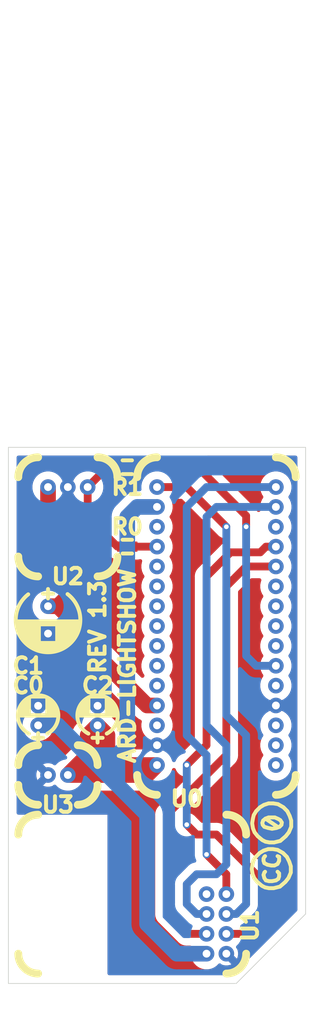
<source format=kicad_pcb>
(kicad_pcb (version 20171130) (host pcbnew "(5.1.8)-1")

  (general
    (thickness 1.6)
    (drawings 7)
    (tracks 122)
    (zones 0)
    (modules 10)
    (nets 32)
  )

  (page A4)
  (layers
    (0 F.Cu signal)
    (31 B.Cu signal)
    (32 B.Adhes user)
    (33 F.Adhes user)
    (34 B.Paste user)
    (35 F.Paste user)
    (36 B.SilkS user)
    (37 F.SilkS user)
    (38 B.Mask user)
    (39 F.Mask user)
    (40 Dwgs.User user)
    (41 Cmts.User user)
    (42 Eco1.User user)
    (43 Eco2.User user)
    (44 Edge.Cuts user)
    (45 Margin user)
    (46 B.CrtYd user)
    (47 F.CrtYd user)
    (48 B.Fab user)
    (49 F.Fab user)
  )

  (setup
    (last_trace_width 1)
    (trace_clearance 0.5)
    (zone_clearance 1)
    (zone_45_only no)
    (trace_min 0.5)
    (via_size 2)
    (via_drill 1)
    (via_min_size 1)
    (via_min_drill 0.6)
    (user_via 1 0.6)
    (uvia_size 1)
    (uvia_drill 0.6)
    (uvias_allowed no)
    (uvia_min_size 1)
    (uvia_min_drill 0.6)
    (edge_width 0.05)
    (segment_width 0.2)
    (pcb_text_width 0.3)
    (pcb_text_size 1.5 1.5)
    (mod_edge_width 0.12)
    (mod_text_size 1 1)
    (mod_text_width 0.15)
    (pad_size 1.5 2)
    (pad_drill 0.8)
    (pad_to_mask_clearance 0)
    (aux_axis_origin 97.79 163.83)
    (grid_origin 97.79 163.83)
    (visible_elements 7FFFFFFF)
    (pcbplotparams
      (layerselection 0x010fc_ffffffff)
      (usegerberextensions false)
      (usegerberattributes true)
      (usegerberadvancedattributes true)
      (creategerberjobfile true)
      (excludeedgelayer true)
      (linewidth 0.100000)
      (plotframeref false)
      (viasonmask false)
      (mode 1)
      (useauxorigin false)
      (hpglpennumber 1)
      (hpglpenspeed 20)
      (hpglpendiameter 15.000000)
      (psnegative false)
      (psa4output false)
      (plotreference true)
      (plotvalue true)
      (plotinvisibletext false)
      (padsonsilk false)
      (subtractmaskfromsilk false)
      (outputformat 1)
      (mirror false)
      (drillshape 0)
      (scaleselection 1)
      (outputdirectory "gerber/"))
  )

  (net 0 "")
  (net 1 /3V3)
  (net 2 /GND)
  (net 3 /5V0)
  (net 4 "Net-(U0-Pad30)")
  (net 5 "Net-(U0-Pad29)")
  (net 6 /SCK)
  (net 7 "Net-(U0-Pad3)")
  (net 8 "Net-(U0-Pad5)")
  (net 9 "Net-(U0-Pad6)")
  (net 10 "Net-(U0-Pad7)")
  (net 11 "Net-(U0-Pad8)")
  (net 12 "Net-(U0-Pad9)")
  (net 13 "Net-(U0-Pad10)")
  (net 14 "Net-(U0-Pad11)")
  (net 15 "Net-(U0-Pad13)")
  (net 16 /MISO)
  (net 17 /MOSI)
  (net 18 "Net-(U0-Pad18)")
  (net 19 /CE)
  (net 20 /CSN)
  (net 21 "Net-(U0-Pad21)")
  (net 22 "Net-(U0-Pad22)")
  (net 23 "Net-(U0-Pad23)")
  (net 24 "Net-(U0-Pad24)")
  (net 25 "Net-(U0-Pad26)")
  (net 26 "Net-(U0-Pad28)")
  (net 27 "Net-(U1-Pad8)")
  (net 28 /IR_OUT)
  (net 29 /VIN)
  (net 30 /MIC_OUT)
  (net 31 "Net-(R0-Pad2)")

  (net_class Default "This is the default net class."
    (clearance 0.5)
    (trace_width 1)
    (via_dia 2)
    (via_drill 1)
    (uvia_dia 1)
    (uvia_drill 0.6)
    (diff_pair_width 1)
    (diff_pair_gap 0.5)
    (add_net /CE)
    (add_net /CSN)
    (add_net /IR_OUT)
    (add_net /MIC_OUT)
    (add_net /MISO)
    (add_net /MOSI)
    (add_net /SCK)
    (add_net "Net-(R0-Pad2)")
    (add_net "Net-(U0-Pad10)")
    (add_net "Net-(U0-Pad11)")
    (add_net "Net-(U0-Pad13)")
    (add_net "Net-(U0-Pad18)")
    (add_net "Net-(U0-Pad21)")
    (add_net "Net-(U0-Pad22)")
    (add_net "Net-(U0-Pad23)")
    (add_net "Net-(U0-Pad24)")
    (add_net "Net-(U0-Pad26)")
    (add_net "Net-(U0-Pad28)")
    (add_net "Net-(U0-Pad29)")
    (add_net "Net-(U0-Pad3)")
    (add_net "Net-(U0-Pad30)")
    (add_net "Net-(U0-Pad5)")
    (add_net "Net-(U0-Pad6)")
    (add_net "Net-(U0-Pad7)")
    (add_net "Net-(U0-Pad8)")
    (add_net "Net-(U0-Pad9)")
    (add_net "Net-(U1-Pad8)")
  )

  (net_class Power ""
    (clearance 0.5)
    (trace_width 2)
    (via_dia 2)
    (via_drill 1)
    (uvia_dia 1)
    (uvia_drill 0.6)
    (diff_pair_width 1)
    (diff_pair_gap 0.5)
    (add_net /3V3)
    (add_net /5V0)
    (add_net /GND)
    (add_net /VIN)
  )

  (module custom_arduino:arduino_nano (layer F.Cu) (tedit 5FBC95A6) (tstamp 5FB73DBA)
    (at 116.84 134.62)
    (path /5FB53E9D)
    (solder_mask_margin 1)
    (clearance 0.5)
    (fp_text reference U0 (at 3.81 5.58) (layer F.SilkS)
      (effects (font (size 2 2) (thickness 0.5)))
    )
    (fp_text value arduino_nano (at 7.62 -4.31) (layer F.Fab)
      (effects (font (size 1 1) (thickness 0.15)))
    )
    (fp_line (start 12.7 -38.1) (end 12.7 -96.52) (layer F.Fab) (width 0.15))
    (fp_line (start 2.54 -38.1) (end 2.54 -96.52) (layer F.Fab) (width 0.15))
    (fp_arc (start 0 -35.56) (end -2.54 -35.56) (angle 90) (layer F.SilkS) (width 1))
    (fp_arc (start 15.24 -35.56) (end 15.24 -38.1) (angle 90) (layer F.SilkS) (width 1))
    (fp_arc (start 15.24 2.54) (end 17.78 2.54) (angle 90) (layer F.SilkS) (width 1))
    (fp_arc (start 0 2.54) (end 0 5.08) (angle 90) (layer F.SilkS) (width 1))
    (fp_text user "usb runway" (at 7.62 -55.88) (layer F.Fab)
      (effects (font (size 1.27 1.27) (thickness 0.15)))
    )
    (pad 28 thru_hole circle (at 15.24 -3.81) (size 2 2) (drill 1) (layers *.Cu *.Mask)
      (net 26 "Net-(U0-Pad28)"))
    (pad 27 thru_hole circle (at 15.24 -6.35) (size 2 2) (drill 1) (layers *.Cu *.Mask)
      (net 2 /GND) (zone_connect 2))
    (pad 26 thru_hole circle (at 15.24 -8.89) (size 2 2) (drill 1) (layers *.Cu *.Mask)
      (net 25 "Net-(U0-Pad26)"))
    (pad 25 thru_hole circle (at 15.24 -11.43) (size 2 2) (drill 1) (layers *.Cu *.Mask)
      (net 28 /IR_OUT))
    (pad 24 thru_hole circle (at 15.24 -13.97) (size 2 2) (drill 1) (layers *.Cu *.Mask)
      (net 24 "Net-(U0-Pad24)"))
    (pad 23 thru_hole circle (at 15.24 -16.51) (size 2 2) (drill 1) (layers *.Cu *.Mask)
      (net 23 "Net-(U0-Pad23)"))
    (pad 22 thru_hole circle (at 15.24 -19.05) (size 2 2) (drill 1) (layers *.Cu *.Mask)
      (net 22 "Net-(U0-Pad22)"))
    (pad 21 thru_hole circle (at 15.24 -21.59) (size 2 2) (drill 1) (layers *.Cu *.Mask)
      (net 21 "Net-(U0-Pad21)"))
    (pad 20 thru_hole circle (at 15.24 -24.13) (size 2 2) (drill 1) (layers *.Cu *.Mask)
      (net 20 /CSN))
    (pad 19 thru_hole circle (at 15.24 -26.67) (size 2 2) (drill 1) (layers *.Cu *.Mask)
      (net 19 /CE))
    (pad 18 thru_hole circle (at 15.24 -29.21) (size 2 2) (drill 1) (layers *.Cu *.Mask)
      (net 18 "Net-(U0-Pad18)"))
    (pad 17 thru_hole circle (at 15.24 -31.75) (size 2 2) (drill 1) (layers *.Cu *.Mask)
      (net 17 /MOSI))
    (pad 16 thru_hole circle (at 15.24 -34.29) (size 2 2) (drill 1) (layers *.Cu *.Mask)
      (net 16 /MISO))
    (pad 15 thru_hole circle (at 0 1.27) (size 2 2) (drill 1) (layers *.Cu *.Mask)
      (net 29 /VIN))
    (pad 14 thru_hole circle (at 0 -1.27) (size 2 2) (drill 1) (layers *.Cu *.Mask)
      (net 2 /GND) (zone_connect 2))
    (pad 13 thru_hole circle (at 0 -3.81) (size 2 2) (drill 1) (layers *.Cu *.Mask)
      (net 15 "Net-(U0-Pad13)"))
    (pad 12 thru_hole circle (at 0 -6.35) (size 2 2) (drill 1) (layers *.Cu *.Mask)
      (net 3 /5V0))
    (pad 11 thru_hole circle (at 0 -8.89) (size 2 2) (drill 1) (layers *.Cu *.Mask)
      (net 14 "Net-(U0-Pad11)"))
    (pad 10 thru_hole circle (at 0 -11.43) (size 2 2) (drill 1) (layers *.Cu *.Mask)
      (net 13 "Net-(U0-Pad10)"))
    (pad 9 thru_hole circle (at 0 -13.97) (size 2 2) (drill 1) (layers *.Cu *.Mask)
      (net 12 "Net-(U0-Pad9)"))
    (pad 8 thru_hole circle (at 0 -16.51) (size 2 2) (drill 1) (layers *.Cu *.Mask)
      (net 11 "Net-(U0-Pad8)"))
    (pad 7 thru_hole circle (at 0 -19.05) (size 2 2) (drill 1) (layers *.Cu *.Mask)
      (net 10 "Net-(U0-Pad7)"))
    (pad 6 thru_hole circle (at 0 -21.59) (size 2 2) (drill 1) (layers *.Cu *.Mask)
      (net 9 "Net-(U0-Pad6)"))
    (pad 5 thru_hole circle (at 0 -24.13) (size 2 2) (drill 1) (layers *.Cu *.Mask)
      (net 8 "Net-(U0-Pad5)"))
    (pad 4 thru_hole circle (at 0 -26.67) (size 2 2) (drill 1) (layers *.Cu *.Mask)
      (net 30 /MIC_OUT))
    (pad 3 thru_hole circle (at 0 -29.21) (size 2 2) (drill 1) (layers *.Cu *.Mask)
      (net 7 "Net-(U0-Pad3)"))
    (pad 2 thru_hole circle (at 0 -31.75) (size 2 2) (drill 1) (layers *.Cu *.Mask)
      (net 1 /3V3))
    (pad 1 thru_hole circle (at 0 -34.29) (size 2 2) (drill 1) (layers *.Cu *.Mask)
      (net 6 /SCK))
    (pad 29 thru_hole circle (at 15.24 -1.27) (size 2 2) (drill 1) (layers *.Cu *.Mask)
      (net 5 "Net-(U0-Pad29)"))
    (pad 30 thru_hole circle (at 15.24 1.27) (size 2 2) (drill 1) (layers *.Cu *.Mask)
      (net 4 "Net-(U0-Pad30)"))
  )

  (module custom_arduino:wire_power (layer F.Cu) (tedit 5FBC9513) (tstamp 5FB73DE2)
    (at 105.41 137.16 180)
    (path /5FB588F3)
    (solder_mask_margin 1)
    (clearance 0.5)
    (fp_text reference U3 (at 1.27 -3.81) (layer F.SilkS)
      (effects (font (size 2 2) (thickness 0.5)))
    )
    (fp_text value wire_power (at 1.27 -2.54) (layer F.Fab)
      (effects (font (size 1 1) (thickness 0.15)))
    )
    (fp_arc (start -1.27 -1.27) (end -3.81 -1.27) (angle 90) (layer F.SilkS) (width 1))
    (fp_arc (start 3.81 -1.27) (end 3.81 -3.81) (angle 90) (layer F.SilkS) (width 1))
    (fp_arc (start 3.81 1.27) (end 6.35 1.27) (angle 90) (layer F.SilkS) (width 1))
    (fp_arc (start -1.27 1.27) (end -1.27 3.81) (angle 90) (layer F.SilkS) (width 1))
    (pad 1 thru_hole circle (at 0 0 180) (size 2 2) (drill 1) (layers *.Cu *.Mask)
      (net 29 /VIN))
    (pad 2 thru_hole circle (at 2.54 0 180) (size 2 2) (drill 1) (layers *.Cu *.Mask)
      (net 2 /GND))
  )

  (module Capacitors_THT:CP_Radial_D5.0mm_P2.50mm (layer F.Cu) (tedit 5FBC94F9) (tstamp 5FB596BE)
    (at 109.22 130.81 90)
    (descr "CP, Radial series, Radial, pin pitch=2.50mm, , diameter=5mm, Electrolytic Capacitor")
    (tags "CP Radial series Radial pin pitch 2.50mm  diameter 5mm Electrolytic Capacitor")
    (path /5FB5A700)
    (solder_mask_margin 1)
    (clearance 0.5)
    (fp_text reference C2 (at 5.08 0 180) (layer F.SilkS)
      (effects (font (size 2 2) (thickness 0.5)))
    )
    (fp_text value 100u (at 1.25 3.81 90) (layer F.Fab)
      (effects (font (size 1 1) (thickness 0.15)))
    )
    (fp_line (start 4.1 -2.85) (end -1.6 -2.85) (layer F.CrtYd) (width 0.05))
    (fp_line (start 4.1 2.85) (end 4.1 -2.85) (layer F.CrtYd) (width 0.05))
    (fp_line (start -1.6 2.85) (end 4.1 2.85) (layer F.CrtYd) (width 0.05))
    (fp_line (start -1.6 -2.85) (end -1.6 2.85) (layer F.CrtYd) (width 0.05))
    (fp_line (start -1.6 -0.65) (end -1.6 0.65) (layer F.SilkS) (width 0.5))
    (fp_line (start -2.2 0) (end -1 0) (layer F.SilkS) (width 0.5))
    (fp_line (start 3.811 -0.354) (end 3.811 0.354) (layer F.SilkS) (width 0.12))
    (fp_line (start 3.771 -0.559) (end 3.771 0.559) (layer F.SilkS) (width 0.12))
    (fp_line (start 3.731 -0.707) (end 3.731 0.707) (layer F.SilkS) (width 0.12))
    (fp_line (start 3.691 -0.829) (end 3.691 0.829) (layer F.SilkS) (width 0.12))
    (fp_line (start 3.651 -0.934) (end 3.651 0.934) (layer F.SilkS) (width 0.12))
    (fp_line (start 3.611 -1.028) (end 3.611 1.028) (layer F.SilkS) (width 0.12))
    (fp_line (start 3.571 -1.112) (end 3.571 1.112) (layer F.SilkS) (width 0.12))
    (fp_line (start 3.531 -1.189) (end 3.531 1.189) (layer F.SilkS) (width 0.12))
    (fp_line (start 3.491 -1.261) (end 3.491 1.261) (layer F.SilkS) (width 0.12))
    (fp_line (start 3.451 0.98) (end 3.451 1.327) (layer F.SilkS) (width 0.12))
    (fp_line (start 3.451 -1.327) (end 3.451 -0.98) (layer F.SilkS) (width 0.12))
    (fp_line (start 3.411 0.98) (end 3.411 1.39) (layer F.SilkS) (width 0.12))
    (fp_line (start 3.411 -1.39) (end 3.411 -0.98) (layer F.SilkS) (width 0.12))
    (fp_line (start 3.371 0.98) (end 3.371 1.448) (layer F.SilkS) (width 0.12))
    (fp_line (start 3.371 -1.448) (end 3.371 -0.98) (layer F.SilkS) (width 0.12))
    (fp_line (start 3.331 0.98) (end 3.331 1.504) (layer F.SilkS) (width 0.12))
    (fp_line (start 3.331 -1.504) (end 3.331 -0.98) (layer F.SilkS) (width 0.12))
    (fp_line (start 3.291 0.98) (end 3.291 1.556) (layer F.SilkS) (width 0.12))
    (fp_line (start 3.291 -1.556) (end 3.291 -0.98) (layer F.SilkS) (width 0.12))
    (fp_line (start 3.251 0.98) (end 3.251 1.606) (layer F.SilkS) (width 0.12))
    (fp_line (start 3.251 -1.606) (end 3.251 -0.98) (layer F.SilkS) (width 0.12))
    (fp_line (start 3.211 0.98) (end 3.211 1.654) (layer F.SilkS) (width 0.12))
    (fp_line (start 3.211 -1.654) (end 3.211 -0.98) (layer F.SilkS) (width 0.12))
    (fp_line (start 3.171 0.98) (end 3.171 1.699) (layer F.SilkS) (width 0.12))
    (fp_line (start 3.171 -1.699) (end 3.171 -0.98) (layer F.SilkS) (width 0.12))
    (fp_line (start 3.131 0.98) (end 3.131 1.742) (layer F.SilkS) (width 0.12))
    (fp_line (start 3.131 -1.742) (end 3.131 -0.98) (layer F.SilkS) (width 0.12))
    (fp_line (start 3.091 0.98) (end 3.091 1.783) (layer F.SilkS) (width 0.12))
    (fp_line (start 3.091 -1.783) (end 3.091 -0.98) (layer F.SilkS) (width 0.12))
    (fp_line (start 3.051 0.98) (end 3.051 1.823) (layer F.SilkS) (width 0.12))
    (fp_line (start 3.051 -1.823) (end 3.051 -0.98) (layer F.SilkS) (width 0.12))
    (fp_line (start 3.011 0.98) (end 3.011 1.861) (layer F.SilkS) (width 0.12))
    (fp_line (start 3.011 -1.861) (end 3.011 -0.98) (layer F.SilkS) (width 0.12))
    (fp_line (start 2.971 0.98) (end 2.971 1.897) (layer F.SilkS) (width 0.12))
    (fp_line (start 2.971 -1.897) (end 2.971 -0.98) (layer F.SilkS) (width 0.12))
    (fp_line (start 2.931 0.98) (end 2.931 1.932) (layer F.SilkS) (width 0.12))
    (fp_line (start 2.931 -1.932) (end 2.931 -0.98) (layer F.SilkS) (width 0.12))
    (fp_line (start 2.891 0.98) (end 2.891 1.965) (layer F.SilkS) (width 0.12))
    (fp_line (start 2.891 -1.965) (end 2.891 -0.98) (layer F.SilkS) (width 0.12))
    (fp_line (start 2.851 0.98) (end 2.851 1.997) (layer F.SilkS) (width 0.12))
    (fp_line (start 2.851 -1.997) (end 2.851 -0.98) (layer F.SilkS) (width 0.12))
    (fp_line (start 2.811 0.98) (end 2.811 2.028) (layer F.SilkS) (width 0.12))
    (fp_line (start 2.811 -2.028) (end 2.811 -0.98) (layer F.SilkS) (width 0.12))
    (fp_line (start 2.771 0.98) (end 2.771 2.058) (layer F.SilkS) (width 0.12))
    (fp_line (start 2.771 -2.058) (end 2.771 -0.98) (layer F.SilkS) (width 0.12))
    (fp_line (start 2.731 0.98) (end 2.731 2.086) (layer F.SilkS) (width 0.12))
    (fp_line (start 2.731 -2.086) (end 2.731 -0.98) (layer F.SilkS) (width 0.12))
    (fp_line (start 2.691 0.98) (end 2.691 2.113) (layer F.SilkS) (width 0.12))
    (fp_line (start 2.691 -2.113) (end 2.691 -0.98) (layer F.SilkS) (width 0.12))
    (fp_line (start 2.651 0.98) (end 2.651 2.14) (layer F.SilkS) (width 0.12))
    (fp_line (start 2.651 -2.14) (end 2.651 -0.98) (layer F.SilkS) (width 0.12))
    (fp_line (start 2.611 0.98) (end 2.611 2.165) (layer F.SilkS) (width 0.12))
    (fp_line (start 2.611 -2.165) (end 2.611 -0.98) (layer F.SilkS) (width 0.12))
    (fp_line (start 2.571 0.98) (end 2.571 2.189) (layer F.SilkS) (width 0.12))
    (fp_line (start 2.571 -2.189) (end 2.571 -0.98) (layer F.SilkS) (width 0.12))
    (fp_line (start 2.531 0.98) (end 2.531 2.212) (layer F.SilkS) (width 0.12))
    (fp_line (start 2.531 -2.212) (end 2.531 -0.98) (layer F.SilkS) (width 0.12))
    (fp_line (start 2.491 0.98) (end 2.491 2.234) (layer F.SilkS) (width 0.12))
    (fp_line (start 2.491 -2.234) (end 2.491 -0.98) (layer F.SilkS) (width 0.12))
    (fp_line (start 2.451 0.98) (end 2.451 2.256) (layer F.SilkS) (width 0.12))
    (fp_line (start 2.451 -2.256) (end 2.451 -0.98) (layer F.SilkS) (width 0.12))
    (fp_line (start 2.411 0.98) (end 2.411 2.276) (layer F.SilkS) (width 0.12))
    (fp_line (start 2.411 -2.276) (end 2.411 -0.98) (layer F.SilkS) (width 0.12))
    (fp_line (start 2.371 0.98) (end 2.371 2.296) (layer F.SilkS) (width 0.12))
    (fp_line (start 2.371 -2.296) (end 2.371 -0.98) (layer F.SilkS) (width 0.12))
    (fp_line (start 2.331 0.98) (end 2.331 2.315) (layer F.SilkS) (width 0.12))
    (fp_line (start 2.331 -2.315) (end 2.331 -0.98) (layer F.SilkS) (width 0.12))
    (fp_line (start 2.291 0.98) (end 2.291 2.333) (layer F.SilkS) (width 0.12))
    (fp_line (start 2.291 -2.333) (end 2.291 -0.98) (layer F.SilkS) (width 0.12))
    (fp_line (start 2.251 0.98) (end 2.251 2.35) (layer F.SilkS) (width 0.12))
    (fp_line (start 2.251 -2.35) (end 2.251 -0.98) (layer F.SilkS) (width 0.12))
    (fp_line (start 2.211 0.98) (end 2.211 2.366) (layer F.SilkS) (width 0.12))
    (fp_line (start 2.211 -2.366) (end 2.211 -0.98) (layer F.SilkS) (width 0.12))
    (fp_line (start 2.171 0.98) (end 2.171 2.382) (layer F.SilkS) (width 0.12))
    (fp_line (start 2.171 -2.382) (end 2.171 -0.98) (layer F.SilkS) (width 0.12))
    (fp_line (start 2.131 0.98) (end 2.131 2.396) (layer F.SilkS) (width 0.12))
    (fp_line (start 2.131 -2.396) (end 2.131 -0.98) (layer F.SilkS) (width 0.12))
    (fp_line (start 2.091 0.98) (end 2.091 2.41) (layer F.SilkS) (width 0.12))
    (fp_line (start 2.091 -2.41) (end 2.091 -0.98) (layer F.SilkS) (width 0.12))
    (fp_line (start 2.051 0.98) (end 2.051 2.424) (layer F.SilkS) (width 0.12))
    (fp_line (start 2.051 -2.424) (end 2.051 -0.98) (layer F.SilkS) (width 0.12))
    (fp_line (start 2.011 0.98) (end 2.011 2.436) (layer F.SilkS) (width 0.12))
    (fp_line (start 2.011 -2.436) (end 2.011 -0.98) (layer F.SilkS) (width 0.12))
    (fp_line (start 1.971 0.98) (end 1.971 2.448) (layer F.SilkS) (width 0.12))
    (fp_line (start 1.971 -2.448) (end 1.971 -0.98) (layer F.SilkS) (width 0.12))
    (fp_line (start 1.93 0.98) (end 1.93 2.46) (layer F.SilkS) (width 0.12))
    (fp_line (start 1.93 -2.46) (end 1.93 -0.98) (layer F.SilkS) (width 0.12))
    (fp_line (start 1.89 0.98) (end 1.89 2.47) (layer F.SilkS) (width 0.12))
    (fp_line (start 1.89 -2.47) (end 1.89 -0.98) (layer F.SilkS) (width 0.12))
    (fp_line (start 1.85 0.98) (end 1.85 2.48) (layer F.SilkS) (width 0.12))
    (fp_line (start 1.85 -2.48) (end 1.85 -0.98) (layer F.SilkS) (width 0.12))
    (fp_line (start 1.81 0.98) (end 1.81 2.489) (layer F.SilkS) (width 0.12))
    (fp_line (start 1.81 -2.489) (end 1.81 -0.98) (layer F.SilkS) (width 0.12))
    (fp_line (start 1.77 0.98) (end 1.77 2.498) (layer F.SilkS) (width 0.12))
    (fp_line (start 1.77 -2.498) (end 1.77 -0.98) (layer F.SilkS) (width 0.12))
    (fp_line (start 1.73 0.98) (end 1.73 2.506) (layer F.SilkS) (width 0.12))
    (fp_line (start 1.73 -2.506) (end 1.73 -0.98) (layer F.SilkS) (width 0.12))
    (fp_line (start 1.69 0.98) (end 1.69 2.513) (layer F.SilkS) (width 0.12))
    (fp_line (start 1.69 -2.513) (end 1.69 -0.98) (layer F.SilkS) (width 0.12))
    (fp_line (start 1.65 0.98) (end 1.65 2.519) (layer F.SilkS) (width 0.12))
    (fp_line (start 1.65 -2.519) (end 1.65 -0.98) (layer F.SilkS) (width 0.12))
    (fp_line (start 1.61 0.98) (end 1.61 2.525) (layer F.SilkS) (width 0.12))
    (fp_line (start 1.61 -2.525) (end 1.61 -0.98) (layer F.SilkS) (width 0.12))
    (fp_line (start 1.57 0.98) (end 1.57 2.531) (layer F.SilkS) (width 0.12))
    (fp_line (start 1.57 -2.531) (end 1.57 -0.98) (layer F.SilkS) (width 0.12))
    (fp_line (start 1.53 0.98) (end 1.53 2.535) (layer F.SilkS) (width 0.12))
    (fp_line (start 1.53 -2.535) (end 1.53 -0.98) (layer F.SilkS) (width 0.12))
    (fp_line (start 1.49 -2.539) (end 1.49 2.539) (layer F.SilkS) (width 0.12))
    (fp_line (start 1.45 -2.543) (end 1.45 2.543) (layer F.SilkS) (width 0.12))
    (fp_line (start 1.41 -2.546) (end 1.41 2.546) (layer F.SilkS) (width 0.12))
    (fp_line (start 1.37 -2.548) (end 1.37 2.548) (layer F.SilkS) (width 0.12))
    (fp_line (start 1.33 -2.549) (end 1.33 2.549) (layer F.SilkS) (width 0.12))
    (fp_line (start 1.29 -2.55) (end 1.29 2.55) (layer F.SilkS) (width 0.12))
    (fp_line (start 1.25 -2.55) (end 1.25 2.55) (layer F.SilkS) (width 0.5))
    (fp_line (start -1.6 -0.65) (end -1.6 0.65) (layer F.Fab) (width 0.1))
    (fp_line (start -2.2 0) (end -1 0) (layer F.Fab) (width 0.1))
    (fp_circle (center 1.25 0) (end 3.75 0) (layer F.Fab) (width 0.1))
    (fp_text user %R (at 1.25 0 90) (layer F.Fab)
      (effects (font (size 1 1) (thickness 0.15)))
    )
    (fp_arc (start 1.25 0) (end 3.55558 -1.18) (angle 54.2) (layer F.SilkS) (width 0.5))
    (fp_arc (start 1.25 0) (end -1.05558 1.18) (angle -125.8) (layer F.SilkS) (width 0.5))
    (fp_arc (start 1.25 0) (end -1.05558 -1.18) (angle 125.8) (layer F.SilkS) (width 0.5))
    (pad 2 thru_hole circle (at 2.5 0 90) (size 2 2) (drill 1) (layers *.Cu *.Mask)
      (net 2 /GND))
    (pad 1 thru_hole circle (at 0 0 90) (size 2 2) (drill 1) (layers *.Cu *.Mask)
      (net 29 /VIN))
    (model ${KISYS3DMOD}/Capacitors_THT.3dshapes/CP_Radial_D5.0mm_P2.50mm.wrl
      (at (xyz 0 0 0))
      (scale (xyz 1 1 1))
      (rotate (xyz 0 0 0))
    )
  )

  (module Capacitors_THT:CP_Radial_D5.0mm_P2.50mm (layer F.Cu) (tedit 5FBC94E0) (tstamp 5FB4CBD9)
    (at 101.6 130.81 90)
    (descr "CP, Radial series, Radial, pin pitch=2.50mm, , diameter=5mm, Electrolytic Capacitor")
    (tags "CP Radial series Radial pin pitch 2.50mm  diameter 5mm Electrolytic Capacitor")
    (path /5FB635C2)
    (solder_mask_margin 1)
    (clearance 0.5)
    (fp_text reference C0 (at 5.08 -1.27) (layer F.SilkS)
      (effects (font (size 2 2) (thickness 0.5)))
    )
    (fp_text value 100u (at 1.25 3.81 90) (layer F.Fab)
      (effects (font (size 1 1) (thickness 0.15)))
    )
    (fp_line (start 4.1 -2.85) (end -1.6 -2.85) (layer F.CrtYd) (width 0.05))
    (fp_line (start 4.1 2.85) (end 4.1 -2.85) (layer F.CrtYd) (width 0.05))
    (fp_line (start -1.6 2.85) (end 4.1 2.85) (layer F.CrtYd) (width 0.05))
    (fp_line (start -1.6 -2.85) (end -1.6 2.85) (layer F.CrtYd) (width 0.05))
    (fp_line (start -1.6 -0.65) (end -1.6 0.65) (layer F.SilkS) (width 0.5))
    (fp_line (start -2.2 0) (end -1 0) (layer F.SilkS) (width 0.5))
    (fp_line (start 3.811 -0.354) (end 3.811 0.354) (layer F.SilkS) (width 0.12))
    (fp_line (start 3.771 -0.559) (end 3.771 0.559) (layer F.SilkS) (width 0.12))
    (fp_line (start 3.731 -0.707) (end 3.731 0.707) (layer F.SilkS) (width 0.12))
    (fp_line (start 3.691 -0.829) (end 3.691 0.829) (layer F.SilkS) (width 0.12))
    (fp_line (start 3.651 -0.934) (end 3.651 0.934) (layer F.SilkS) (width 0.12))
    (fp_line (start 3.611 -1.028) (end 3.611 1.028) (layer F.SilkS) (width 0.12))
    (fp_line (start 3.571 -1.112) (end 3.571 1.112) (layer F.SilkS) (width 0.12))
    (fp_line (start 3.531 -1.189) (end 3.531 1.189) (layer F.SilkS) (width 0.12))
    (fp_line (start 3.491 -1.261) (end 3.491 1.261) (layer F.SilkS) (width 0.12))
    (fp_line (start 3.451 0.98) (end 3.451 1.327) (layer F.SilkS) (width 0.12))
    (fp_line (start 3.451 -1.327) (end 3.451 -0.98) (layer F.SilkS) (width 0.12))
    (fp_line (start 3.411 0.98) (end 3.411 1.39) (layer F.SilkS) (width 0.12))
    (fp_line (start 3.411 -1.39) (end 3.411 -0.98) (layer F.SilkS) (width 0.12))
    (fp_line (start 3.371 0.98) (end 3.371 1.448) (layer F.SilkS) (width 0.12))
    (fp_line (start 3.371 -1.448) (end 3.371 -0.98) (layer F.SilkS) (width 0.12))
    (fp_line (start 3.331 0.98) (end 3.331 1.504) (layer F.SilkS) (width 0.12))
    (fp_line (start 3.331 -1.504) (end 3.331 -0.98) (layer F.SilkS) (width 0.12))
    (fp_line (start 3.291 0.98) (end 3.291 1.556) (layer F.SilkS) (width 0.12))
    (fp_line (start 3.291 -1.556) (end 3.291 -0.98) (layer F.SilkS) (width 0.12))
    (fp_line (start 3.251 0.98) (end 3.251 1.606) (layer F.SilkS) (width 0.12))
    (fp_line (start 3.251 -1.606) (end 3.251 -0.98) (layer F.SilkS) (width 0.12))
    (fp_line (start 3.211 0.98) (end 3.211 1.654) (layer F.SilkS) (width 0.12))
    (fp_line (start 3.211 -1.654) (end 3.211 -0.98) (layer F.SilkS) (width 0.12))
    (fp_line (start 3.171 0.98) (end 3.171 1.699) (layer F.SilkS) (width 0.12))
    (fp_line (start 3.171 -1.699) (end 3.171 -0.98) (layer F.SilkS) (width 0.12))
    (fp_line (start 3.131 0.98) (end 3.131 1.742) (layer F.SilkS) (width 0.12))
    (fp_line (start 3.131 -1.742) (end 3.131 -0.98) (layer F.SilkS) (width 0.12))
    (fp_line (start 3.091 0.98) (end 3.091 1.783) (layer F.SilkS) (width 0.12))
    (fp_line (start 3.091 -1.783) (end 3.091 -0.98) (layer F.SilkS) (width 0.12))
    (fp_line (start 3.051 0.98) (end 3.051 1.823) (layer F.SilkS) (width 0.12))
    (fp_line (start 3.051 -1.823) (end 3.051 -0.98) (layer F.SilkS) (width 0.12))
    (fp_line (start 3.011 0.98) (end 3.011 1.861) (layer F.SilkS) (width 0.12))
    (fp_line (start 3.011 -1.861) (end 3.011 -0.98) (layer F.SilkS) (width 0.12))
    (fp_line (start 2.971 0.98) (end 2.971 1.897) (layer F.SilkS) (width 0.12))
    (fp_line (start 2.971 -1.897) (end 2.971 -0.98) (layer F.SilkS) (width 0.12))
    (fp_line (start 2.931 0.98) (end 2.931 1.932) (layer F.SilkS) (width 0.12))
    (fp_line (start 2.931 -1.932) (end 2.931 -0.98) (layer F.SilkS) (width 0.12))
    (fp_line (start 2.891 0.98) (end 2.891 1.965) (layer F.SilkS) (width 0.12))
    (fp_line (start 2.891 -1.965) (end 2.891 -0.98) (layer F.SilkS) (width 0.12))
    (fp_line (start 2.851 0.98) (end 2.851 1.997) (layer F.SilkS) (width 0.12))
    (fp_line (start 2.851 -1.997) (end 2.851 -0.98) (layer F.SilkS) (width 0.12))
    (fp_line (start 2.811 0.98) (end 2.811 2.028) (layer F.SilkS) (width 0.12))
    (fp_line (start 2.811 -2.028) (end 2.811 -0.98) (layer F.SilkS) (width 0.12))
    (fp_line (start 2.771 0.98) (end 2.771 2.058) (layer F.SilkS) (width 0.12))
    (fp_line (start 2.771 -2.058) (end 2.771 -0.98) (layer F.SilkS) (width 0.12))
    (fp_line (start 2.731 0.98) (end 2.731 2.086) (layer F.SilkS) (width 0.12))
    (fp_line (start 2.731 -2.086) (end 2.731 -0.98) (layer F.SilkS) (width 0.12))
    (fp_line (start 2.691 0.98) (end 2.691 2.113) (layer F.SilkS) (width 0.12))
    (fp_line (start 2.691 -2.113) (end 2.691 -0.98) (layer F.SilkS) (width 0.12))
    (fp_line (start 2.651 0.98) (end 2.651 2.14) (layer F.SilkS) (width 0.12))
    (fp_line (start 2.651 -2.14) (end 2.651 -0.98) (layer F.SilkS) (width 0.12))
    (fp_line (start 2.611 0.98) (end 2.611 2.165) (layer F.SilkS) (width 0.12))
    (fp_line (start 2.611 -2.165) (end 2.611 -0.98) (layer F.SilkS) (width 0.12))
    (fp_line (start 2.571 0.98) (end 2.571 2.189) (layer F.SilkS) (width 0.12))
    (fp_line (start 2.571 -2.189) (end 2.571 -0.98) (layer F.SilkS) (width 0.12))
    (fp_line (start 2.531 0.98) (end 2.531 2.212) (layer F.SilkS) (width 0.12))
    (fp_line (start 2.531 -2.212) (end 2.531 -0.98) (layer F.SilkS) (width 0.12))
    (fp_line (start 2.491 0.98) (end 2.491 2.234) (layer F.SilkS) (width 0.12))
    (fp_line (start 2.491 -2.234) (end 2.491 -0.98) (layer F.SilkS) (width 0.12))
    (fp_line (start 2.451 0.98) (end 2.451 2.256) (layer F.SilkS) (width 0.12))
    (fp_line (start 2.451 -2.256) (end 2.451 -0.98) (layer F.SilkS) (width 0.12))
    (fp_line (start 2.411 0.98) (end 2.411 2.276) (layer F.SilkS) (width 0.12))
    (fp_line (start 2.411 -2.276) (end 2.411 -0.98) (layer F.SilkS) (width 0.12))
    (fp_line (start 2.371 0.98) (end 2.371 2.296) (layer F.SilkS) (width 0.12))
    (fp_line (start 2.371 -2.296) (end 2.371 -0.98) (layer F.SilkS) (width 0.12))
    (fp_line (start 2.331 0.98) (end 2.331 2.315) (layer F.SilkS) (width 0.12))
    (fp_line (start 2.331 -2.315) (end 2.331 -0.98) (layer F.SilkS) (width 0.12))
    (fp_line (start 2.291 0.98) (end 2.291 2.333) (layer F.SilkS) (width 0.12))
    (fp_line (start 2.291 -2.333) (end 2.291 -0.98) (layer F.SilkS) (width 0.12))
    (fp_line (start 2.251 0.98) (end 2.251 2.35) (layer F.SilkS) (width 0.12))
    (fp_line (start 2.251 -2.35) (end 2.251 -0.98) (layer F.SilkS) (width 0.12))
    (fp_line (start 2.211 0.98) (end 2.211 2.366) (layer F.SilkS) (width 0.12))
    (fp_line (start 2.211 -2.366) (end 2.211 -0.98) (layer F.SilkS) (width 0.12))
    (fp_line (start 2.171 0.98) (end 2.171 2.382) (layer F.SilkS) (width 0.12))
    (fp_line (start 2.171 -2.382) (end 2.171 -0.98) (layer F.SilkS) (width 0.12))
    (fp_line (start 2.131 0.98) (end 2.131 2.396) (layer F.SilkS) (width 0.12))
    (fp_line (start 2.131 -2.396) (end 2.131 -0.98) (layer F.SilkS) (width 0.12))
    (fp_line (start 2.091 0.98) (end 2.091 2.41) (layer F.SilkS) (width 0.12))
    (fp_line (start 2.091 -2.41) (end 2.091 -0.98) (layer F.SilkS) (width 0.12))
    (fp_line (start 2.051 0.98) (end 2.051 2.424) (layer F.SilkS) (width 0.12))
    (fp_line (start 2.051 -2.424) (end 2.051 -0.98) (layer F.SilkS) (width 0.12))
    (fp_line (start 2.011 0.98) (end 2.011 2.436) (layer F.SilkS) (width 0.12))
    (fp_line (start 2.011 -2.436) (end 2.011 -0.98) (layer F.SilkS) (width 0.12))
    (fp_line (start 1.971 0.98) (end 1.971 2.448) (layer F.SilkS) (width 0.12))
    (fp_line (start 1.971 -2.448) (end 1.971 -0.98) (layer F.SilkS) (width 0.12))
    (fp_line (start 1.93 0.98) (end 1.93 2.46) (layer F.SilkS) (width 0.12))
    (fp_line (start 1.93 -2.46) (end 1.93 -0.98) (layer F.SilkS) (width 0.12))
    (fp_line (start 1.89 0.98) (end 1.89 2.47) (layer F.SilkS) (width 0.12))
    (fp_line (start 1.89 -2.47) (end 1.89 -0.98) (layer F.SilkS) (width 0.12))
    (fp_line (start 1.85 0.98) (end 1.85 2.48) (layer F.SilkS) (width 0.12))
    (fp_line (start 1.85 -2.48) (end 1.85 -0.98) (layer F.SilkS) (width 0.12))
    (fp_line (start 1.81 0.98) (end 1.81 2.489) (layer F.SilkS) (width 0.12))
    (fp_line (start 1.81 -2.489) (end 1.81 -0.98) (layer F.SilkS) (width 0.12))
    (fp_line (start 1.77 0.98) (end 1.77 2.498) (layer F.SilkS) (width 0.12))
    (fp_line (start 1.77 -2.498) (end 1.77 -0.98) (layer F.SilkS) (width 0.12))
    (fp_line (start 1.73 0.98) (end 1.73 2.506) (layer F.SilkS) (width 0.12))
    (fp_line (start 1.73 -2.506) (end 1.73 -0.98) (layer F.SilkS) (width 0.12))
    (fp_line (start 1.69 0.98) (end 1.69 2.513) (layer F.SilkS) (width 0.12))
    (fp_line (start 1.69 -2.513) (end 1.69 -0.98) (layer F.SilkS) (width 0.12))
    (fp_line (start 1.65 0.98) (end 1.65 2.519) (layer F.SilkS) (width 0.12))
    (fp_line (start 1.65 -2.519) (end 1.65 -0.98) (layer F.SilkS) (width 0.12))
    (fp_line (start 1.61 0.98) (end 1.61 2.525) (layer F.SilkS) (width 0.12))
    (fp_line (start 1.61 -2.525) (end 1.61 -0.98) (layer F.SilkS) (width 0.12))
    (fp_line (start 1.57 0.98) (end 1.57 2.531) (layer F.SilkS) (width 0.12))
    (fp_line (start 1.57 -2.531) (end 1.57 -0.98) (layer F.SilkS) (width 0.12))
    (fp_line (start 1.53 0.98) (end 1.53 2.535) (layer F.SilkS) (width 0.12))
    (fp_line (start 1.53 -2.535) (end 1.53 -0.98) (layer F.SilkS) (width 0.12))
    (fp_line (start 1.49 -2.539) (end 1.49 2.539) (layer F.SilkS) (width 0.12))
    (fp_line (start 1.45 -2.543) (end 1.45 2.543) (layer F.SilkS) (width 0.12))
    (fp_line (start 1.41 -2.546) (end 1.41 2.546) (layer F.SilkS) (width 0.12))
    (fp_line (start 1.37 -2.548) (end 1.37 2.548) (layer F.SilkS) (width 0.12))
    (fp_line (start 1.33 -2.549) (end 1.33 2.549) (layer F.SilkS) (width 0.12))
    (fp_line (start 1.29 -2.55) (end 1.29 2.55) (layer F.SilkS) (width 0.12))
    (fp_line (start 1.25 -2.55) (end 1.25 2.55) (layer F.SilkS) (width 0.5))
    (fp_line (start -1.6 -0.65) (end -1.6 0.65) (layer F.Fab) (width 0.1))
    (fp_line (start -2.2 0) (end -1 0) (layer F.Fab) (width 0.1))
    (fp_circle (center 1.25 0) (end 3.75 0) (layer F.Fab) (width 0.1))
    (fp_text user %R (at 1.25 0 90) (layer F.Fab)
      (effects (font (size 1 1) (thickness 0.15)))
    )
    (fp_arc (start 1.25 0) (end 3.55558 -1.18) (angle 54.2) (layer F.SilkS) (width 0.5))
    (fp_arc (start 1.25 0) (end -1.05558 1.18) (angle -125.8) (layer F.SilkS) (width 0.5))
    (fp_arc (start 1.25 0) (end -1.05558 -1.18) (angle 125.8) (layer F.SilkS) (width 0.5))
    (pad 2 thru_hole circle (at 2.5 0 90) (size 2 2) (drill 1) (layers *.Cu *.Mask)
      (net 2 /GND))
    (pad 1 thru_hole circle (at 0 0 90) (size 2 2) (drill 1) (layers *.Cu *.Mask)
      (net 1 /3V3))
    (model ${KISYS3DMOD}/Capacitors_THT.3dshapes/CP_Radial_D5.0mm_P2.50mm.wrl
      (at (xyz 0 0 0))
      (scale (xyz 1 1 1))
      (rotate (xyz 0 0 0))
    )
  )

  (module Capacitors_THT:CP_Radial_D8.0mm_P3.50mm (layer F.Cu) (tedit 5FBC94BC) (tstamp 5FB4CBDC)
    (at 102.87 115.57 270)
    (descr "CP, Radial series, Radial, pin pitch=3.50mm, , diameter=8mm, Electrolytic Capacitor")
    (tags "CP Radial series Radial pin pitch 3.50mm  diameter 8mm Electrolytic Capacitor")
    (path /5FB6C448)
    (solder_mask_margin 1)
    (clearance 0.5)
    (fp_text reference C1 (at 7.62 2.54 180) (layer F.SilkS)
      (effects (font (size 2 2) (thickness 0.5)))
    )
    (fp_text value 1000u (at 1.75 5.31 90) (layer F.Fab)
      (effects (font (size 1 1) (thickness 0.15)))
    )
    (fp_circle (center 1.75 0) (end 5.75 0) (layer F.Fab) (width 0.1))
    (fp_line (start -2.2 0) (end -1 0) (layer F.Fab) (width 0.1))
    (fp_line (start -1.6 -0.65) (end -1.6 0.65) (layer F.Fab) (width 0.1))
    (fp_line (start 1.75 -4.05) (end 1.75 4.05) (layer F.SilkS) (width 0.12))
    (fp_line (start 1.79 -4.05) (end 1.79 4.05) (layer F.SilkS) (width 0.12))
    (fp_line (start 1.83 -4.05) (end 1.83 4.05) (layer F.SilkS) (width 0.12))
    (fp_line (start 1.87 -4.049) (end 1.87 4.049) (layer F.SilkS) (width 0.12))
    (fp_line (start 1.91 -4.047) (end 1.91 4.047) (layer F.SilkS) (width 0.12))
    (fp_line (start 1.95 -4.046) (end 1.95 4.046) (layer F.SilkS) (width 0.12))
    (fp_line (start 1.99 -4.043) (end 1.99 4.043) (layer F.SilkS) (width 0.12))
    (fp_line (start 2.03 -4.041) (end 2.03 4.041) (layer F.SilkS) (width 0.12))
    (fp_line (start 2.07 -4.038) (end 2.07 4.038) (layer F.SilkS) (width 0.12))
    (fp_line (start 2.11 -4.035) (end 2.11 4.035) (layer F.SilkS) (width 0.12))
    (fp_line (start 2.15 -4.031) (end 2.15 4.031) (layer F.SilkS) (width 0.12))
    (fp_line (start 2.19 -4.027) (end 2.19 4.027) (layer F.SilkS) (width 0.12))
    (fp_line (start 2.23 -4.022) (end 2.23 4.022) (layer F.SilkS) (width 0.12))
    (fp_line (start 2.27 -4.017) (end 2.27 4.017) (layer F.SilkS) (width 0.12))
    (fp_line (start 2.31 -4.012) (end 2.31 4.012) (layer F.SilkS) (width 0.12))
    (fp_line (start 2.35 -4.006) (end 2.35 4.006) (layer F.SilkS) (width 0.12))
    (fp_line (start 2.39 -4) (end 2.39 4) (layer F.SilkS) (width 0.12))
    (fp_line (start 2.43 -3.994) (end 2.43 3.994) (layer F.SilkS) (width 0.12))
    (fp_line (start 2.471 -3.987) (end 2.471 3.987) (layer F.SilkS) (width 0.12))
    (fp_line (start 2.511 -3.979) (end 2.511 3.979) (layer F.SilkS) (width 0.12))
    (fp_line (start 2.551 -3.971) (end 2.551 -0.98) (layer F.SilkS) (width 0.12))
    (fp_line (start 2.551 0.98) (end 2.551 3.971) (layer F.SilkS) (width 0.12))
    (fp_line (start 2.591 -3.963) (end 2.591 -0.98) (layer F.SilkS) (width 0.12))
    (fp_line (start 2.591 0.98) (end 2.591 3.963) (layer F.SilkS) (width 0.12))
    (fp_line (start 2.631 -3.955) (end 2.631 -0.98) (layer F.SilkS) (width 0.12))
    (fp_line (start 2.631 0.98) (end 2.631 3.955) (layer F.SilkS) (width 0.12))
    (fp_line (start 2.671 -3.946) (end 2.671 -0.98) (layer F.SilkS) (width 0.12))
    (fp_line (start 2.671 0.98) (end 2.671 3.946) (layer F.SilkS) (width 0.12))
    (fp_line (start 2.711 -3.936) (end 2.711 -0.98) (layer F.SilkS) (width 0.12))
    (fp_line (start 2.711 0.98) (end 2.711 3.936) (layer F.SilkS) (width 0.12))
    (fp_line (start 2.751 -3.926) (end 2.751 -0.98) (layer F.SilkS) (width 0.12))
    (fp_line (start 2.751 0.98) (end 2.751 3.926) (layer F.SilkS) (width 0.12))
    (fp_line (start 2.791 -3.916) (end 2.791 -0.98) (layer F.SilkS) (width 0.12))
    (fp_line (start 2.791 0.98) (end 2.791 3.916) (layer F.SilkS) (width 0.12))
    (fp_line (start 2.831 -3.905) (end 2.831 -0.98) (layer F.SilkS) (width 0.12))
    (fp_line (start 2.831 0.98) (end 2.831 3.905) (layer F.SilkS) (width 0.12))
    (fp_line (start 2.871 -3.894) (end 2.871 -0.98) (layer F.SilkS) (width 0.12))
    (fp_line (start 2.871 0.98) (end 2.871 3.894) (layer F.SilkS) (width 0.12))
    (fp_line (start 2.911 -3.883) (end 2.911 -0.98) (layer F.SilkS) (width 0.12))
    (fp_line (start 2.911 0.98) (end 2.911 3.883) (layer F.SilkS) (width 0.12))
    (fp_line (start 2.951 -3.87) (end 2.951 -0.98) (layer F.SilkS) (width 0.12))
    (fp_line (start 2.951 0.98) (end 2.951 3.87) (layer F.SilkS) (width 0.12))
    (fp_line (start 2.991 -3.858) (end 2.991 -0.98) (layer F.SilkS) (width 0.12))
    (fp_line (start 2.991 0.98) (end 2.991 3.858) (layer F.SilkS) (width 0.12))
    (fp_line (start 3.031 -3.845) (end 3.031 -0.98) (layer F.SilkS) (width 0.12))
    (fp_line (start 3.031 0.98) (end 3.031 3.845) (layer F.SilkS) (width 0.12))
    (fp_line (start 3.071 -3.832) (end 3.071 -0.98) (layer F.SilkS) (width 0.12))
    (fp_line (start 3.071 0.98) (end 3.071 3.832) (layer F.SilkS) (width 0.12))
    (fp_line (start 3.111 -3.818) (end 3.111 -0.98) (layer F.SilkS) (width 0.12))
    (fp_line (start 3.111 0.98) (end 3.111 3.818) (layer F.SilkS) (width 0.12))
    (fp_line (start 3.151 -3.803) (end 3.151 -0.98) (layer F.SilkS) (width 0.12))
    (fp_line (start 3.151 0.98) (end 3.151 3.803) (layer F.SilkS) (width 0.12))
    (fp_line (start 3.191 -3.789) (end 3.191 -0.98) (layer F.SilkS) (width 0.12))
    (fp_line (start 3.191 0.98) (end 3.191 3.789) (layer F.SilkS) (width 0.12))
    (fp_line (start 3.231 -3.773) (end 3.231 -0.98) (layer F.SilkS) (width 0.12))
    (fp_line (start 3.231 0.98) (end 3.231 3.773) (layer F.SilkS) (width 0.12))
    (fp_line (start 3.271 -3.758) (end 3.271 -0.98) (layer F.SilkS) (width 0.12))
    (fp_line (start 3.271 0.98) (end 3.271 3.758) (layer F.SilkS) (width 0.12))
    (fp_line (start 3.311 -3.741) (end 3.311 -0.98) (layer F.SilkS) (width 0.12))
    (fp_line (start 3.311 0.98) (end 3.311 3.741) (layer F.SilkS) (width 0.12))
    (fp_line (start 3.351 -3.725) (end 3.351 -0.98) (layer F.SilkS) (width 0.12))
    (fp_line (start 3.351 0.98) (end 3.351 3.725) (layer F.SilkS) (width 0.12))
    (fp_line (start 3.391 -3.707) (end 3.391 -0.98) (layer F.SilkS) (width 0.12))
    (fp_line (start 3.391 0.98) (end 3.391 3.707) (layer F.SilkS) (width 0.12))
    (fp_line (start 3.431 -3.69) (end 3.431 -0.98) (layer F.SilkS) (width 0.12))
    (fp_line (start 3.431 0.98) (end 3.431 3.69) (layer F.SilkS) (width 0.12))
    (fp_line (start 3.471 -3.671) (end 3.471 -0.98) (layer F.SilkS) (width 0.12))
    (fp_line (start 3.471 0.98) (end 3.471 3.671) (layer F.SilkS) (width 0.12))
    (fp_line (start 3.511 -3.652) (end 3.511 -0.98) (layer F.SilkS) (width 0.12))
    (fp_line (start 3.511 0.98) (end 3.511 3.652) (layer F.SilkS) (width 0.12))
    (fp_line (start 3.551 -3.633) (end 3.551 -0.98) (layer F.SilkS) (width 0.12))
    (fp_line (start 3.551 0.98) (end 3.551 3.633) (layer F.SilkS) (width 0.12))
    (fp_line (start 3.591 -3.613) (end 3.591 -0.98) (layer F.SilkS) (width 0.12))
    (fp_line (start 3.591 0.98) (end 3.591 3.613) (layer F.SilkS) (width 0.12))
    (fp_line (start 3.631 -3.593) (end 3.631 -0.98) (layer F.SilkS) (width 0.12))
    (fp_line (start 3.631 0.98) (end 3.631 3.593) (layer F.SilkS) (width 0.12))
    (fp_line (start 3.671 -3.572) (end 3.671 -0.98) (layer F.SilkS) (width 0.12))
    (fp_line (start 3.671 0.98) (end 3.671 3.572) (layer F.SilkS) (width 0.12))
    (fp_line (start 3.711 -3.55) (end 3.711 -0.98) (layer F.SilkS) (width 0.12))
    (fp_line (start 3.711 0.98) (end 3.711 3.55) (layer F.SilkS) (width 0.12))
    (fp_line (start 3.751 -3.528) (end 3.751 -0.98) (layer F.SilkS) (width 0.12))
    (fp_line (start 3.751 0.98) (end 3.751 3.528) (layer F.SilkS) (width 0.12))
    (fp_line (start 3.791 -3.505) (end 3.791 -0.98) (layer F.SilkS) (width 0.12))
    (fp_line (start 3.791 0.98) (end 3.791 3.505) (layer F.SilkS) (width 0.12))
    (fp_line (start 3.831 -3.482) (end 3.831 -0.98) (layer F.SilkS) (width 0.12))
    (fp_line (start 3.831 0.98) (end 3.831 3.482) (layer F.SilkS) (width 0.12))
    (fp_line (start 3.871 -3.458) (end 3.871 -0.98) (layer F.SilkS) (width 0.12))
    (fp_line (start 3.871 0.98) (end 3.871 3.458) (layer F.SilkS) (width 0.12))
    (fp_line (start 3.911 -3.434) (end 3.911 -0.98) (layer F.SilkS) (width 0.12))
    (fp_line (start 3.911 0.98) (end 3.911 3.434) (layer F.SilkS) (width 0.12))
    (fp_line (start 3.951 -3.408) (end 3.951 -0.98) (layer F.SilkS) (width 0.12))
    (fp_line (start 3.951 0.98) (end 3.951 3.408) (layer F.SilkS) (width 0.12))
    (fp_line (start 3.991 -3.383) (end 3.991 -0.98) (layer F.SilkS) (width 0.12))
    (fp_line (start 3.991 0.98) (end 3.991 3.383) (layer F.SilkS) (width 0.12))
    (fp_line (start 4.031 -3.356) (end 4.031 -0.98) (layer F.SilkS) (width 0.12))
    (fp_line (start 4.031 0.98) (end 4.031 3.356) (layer F.SilkS) (width 0.12))
    (fp_line (start 4.071 -3.329) (end 4.071 -0.98) (layer F.SilkS) (width 0.12))
    (fp_line (start 4.071 0.98) (end 4.071 3.329) (layer F.SilkS) (width 0.12))
    (fp_line (start 4.111 -3.301) (end 4.111 -0.98) (layer F.SilkS) (width 0.12))
    (fp_line (start 4.111 0.98) (end 4.111 3.301) (layer F.SilkS) (width 0.12))
    (fp_line (start 4.151 -3.272) (end 4.151 -0.98) (layer F.SilkS) (width 0.12))
    (fp_line (start 4.151 0.98) (end 4.151 3.272) (layer F.SilkS) (width 0.12))
    (fp_line (start 4.191 -3.243) (end 4.191 -0.98) (layer F.SilkS) (width 0.12))
    (fp_line (start 4.191 0.98) (end 4.191 3.243) (layer F.SilkS) (width 0.12))
    (fp_line (start 4.231 -3.213) (end 4.231 -0.98) (layer F.SilkS) (width 0.12))
    (fp_line (start 4.231 0.98) (end 4.231 3.213) (layer F.SilkS) (width 0.12))
    (fp_line (start 4.271 -3.182) (end 4.271 -0.98) (layer F.SilkS) (width 0.12))
    (fp_line (start 4.271 0.98) (end 4.271 3.182) (layer F.SilkS) (width 0.12))
    (fp_line (start 4.311 -3.15) (end 4.311 -0.98) (layer F.SilkS) (width 0.12))
    (fp_line (start 4.311 0.98) (end 4.311 3.15) (layer F.SilkS) (width 0.12))
    (fp_line (start 4.351 -3.118) (end 4.351 -0.98) (layer F.SilkS) (width 0.12))
    (fp_line (start 4.351 0.98) (end 4.351 3.118) (layer F.SilkS) (width 0.12))
    (fp_line (start 4.391 -3.084) (end 4.391 -0.98) (layer F.SilkS) (width 0.12))
    (fp_line (start 4.391 0.98) (end 4.391 3.084) (layer F.SilkS) (width 0.12))
    (fp_line (start 4.431 -3.05) (end 4.431 -0.98) (layer F.SilkS) (width 0.12))
    (fp_line (start 4.431 0.98) (end 4.431 3.05) (layer F.SilkS) (width 0.12))
    (fp_line (start 4.471 -3.015) (end 4.471 -0.98) (layer F.SilkS) (width 0.12))
    (fp_line (start 4.471 0.98) (end 4.471 3.015) (layer F.SilkS) (width 0.12))
    (fp_line (start 4.511 -2.979) (end 4.511 2.979) (layer F.SilkS) (width 0.12))
    (fp_line (start 4.551 -2.942) (end 4.551 2.942) (layer F.SilkS) (width 0.12))
    (fp_line (start 4.591 -2.904) (end 4.591 2.904) (layer F.SilkS) (width 0.12))
    (fp_line (start 4.631 -2.865) (end 4.631 2.865) (layer F.SilkS) (width 0.12))
    (fp_line (start 4.671 -2.824) (end 4.671 2.824) (layer F.SilkS) (width 0.12))
    (fp_line (start 4.711 -2.783) (end 4.711 2.783) (layer F.SilkS) (width 0.12))
    (fp_line (start 4.751 -2.74) (end 4.751 2.74) (layer F.SilkS) (width 0.12))
    (fp_line (start 4.791 -2.697) (end 4.791 2.697) (layer F.SilkS) (width 0.12))
    (fp_line (start 4.831 -2.652) (end 4.831 2.652) (layer F.SilkS) (width 0.12))
    (fp_line (start 4.871 -2.605) (end 4.871 2.605) (layer F.SilkS) (width 0.12))
    (fp_line (start 4.911 -2.557) (end 4.911 2.557) (layer F.SilkS) (width 0.12))
    (fp_line (start 4.951 -2.508) (end 4.951 2.508) (layer F.SilkS) (width 0.12))
    (fp_line (start 4.991 -2.457) (end 4.991 2.457) (layer F.SilkS) (width 0.12))
    (fp_line (start 5.031 -2.404) (end 5.031 2.404) (layer F.SilkS) (width 0.12))
    (fp_line (start 5.071 -2.349) (end 5.071 2.349) (layer F.SilkS) (width 0.12))
    (fp_line (start 5.111 -2.293) (end 5.111 2.293) (layer F.SilkS) (width 0.12))
    (fp_line (start 5.151 -2.234) (end 5.151 2.234) (layer F.SilkS) (width 0.12))
    (fp_line (start 5.191 -2.173) (end 5.191 2.173) (layer F.SilkS) (width 0.12))
    (fp_line (start 5.231 -2.109) (end 5.231 2.109) (layer F.SilkS) (width 0.12))
    (fp_line (start 5.271 -2.043) (end 5.271 2.043) (layer F.SilkS) (width 0.12))
    (fp_line (start 5.311 -1.974) (end 5.311 1.974) (layer F.SilkS) (width 0.12))
    (fp_line (start 5.351 -1.902) (end 5.351 1.902) (layer F.SilkS) (width 0.12))
    (fp_line (start 5.391 -1.826) (end 5.391 1.826) (layer F.SilkS) (width 0.12))
    (fp_line (start 5.431 -1.745) (end 5.431 1.745) (layer F.SilkS) (width 0.12))
    (fp_line (start 5.471 -1.66) (end 5.471 1.66) (layer F.SilkS) (width 0.12))
    (fp_line (start 5.511 -1.57) (end 5.511 1.57) (layer F.SilkS) (width 0.12))
    (fp_line (start 5.551 -1.473) (end 5.551 1.473) (layer F.SilkS) (width 0.12))
    (fp_line (start 5.591 -1.369) (end 5.591 1.369) (layer F.SilkS) (width 0.12))
    (fp_line (start 5.631 -1.254) (end 5.631 1.254) (layer F.SilkS) (width 0.12))
    (fp_line (start 5.671 -1.127) (end 5.671 1.127) (layer F.SilkS) (width 0.12))
    (fp_line (start 5.711 -0.983) (end 5.711 0.983) (layer F.SilkS) (width 0.12))
    (fp_line (start 5.751 -0.814) (end 5.751 0.814) (layer F.SilkS) (width 0.12))
    (fp_line (start 5.791 -0.598) (end 5.791 0.598) (layer F.SilkS) (width 0.12))
    (fp_line (start 5.831 -0.246) (end 5.831 0.246) (layer F.SilkS) (width 0.12))
    (fp_line (start -2.2 0) (end -1 0) (layer F.SilkS) (width 0.5))
    (fp_line (start -1.6 -0.65) (end -1.6 0.65) (layer F.SilkS) (width 0.5))
    (fp_line (start -2.6 -4.35) (end -2.6 4.35) (layer F.CrtYd) (width 0.05))
    (fp_line (start -2.6 4.35) (end 6.1 4.35) (layer F.CrtYd) (width 0.05))
    (fp_line (start 6.1 4.35) (end 6.1 -4.35) (layer F.CrtYd) (width 0.05))
    (fp_line (start 6.1 -4.35) (end -2.6 -4.35) (layer F.CrtYd) (width 0.05))
    (fp_text user %R (at 1.75 0 90) (layer F.Fab)
      (effects (font (size 1 1) (thickness 0.15)))
    )
    (fp_arc (start 1.75 0) (end -1.5199 2.539999) (angle -285) (layer F.SilkS) (width 0.5))
    (pad 1 thru_hole circle (at 0 0 270) (size 2 2) (drill 1) (layers *.Cu *.Mask)
      (net 3 /5V0))
    (pad 2 thru_hole circle (at 3.5 0 270) (size 2 2) (drill 1) (layers *.Cu *.Mask)
      (net 2 /GND))
    (model ${KISYS3DMOD}/Capacitors_THT.3dshapes/CP_Radial_D8.0mm_P3.50mm.wrl
      (at (xyz 0 0 0))
      (scale (xyz 1 1 1))
      (rotate (xyz 0 0 0))
    )
  )

  (module custom_arduino:mic_electret (layer F.Cu) (tedit 5FBC945B) (tstamp 5FB73DD8)
    (at 107.95 100.33 180)
    (path /5FB4F1AE)
    (solder_mask_margin 1)
    (clearance 0.5)
    (fp_text reference U2 (at 2.54 -11.43) (layer F.SilkS)
      (effects (font (size 2 2) (thickness 0.5)))
    )
    (fp_text value mic_electret (at 2.54 -3.04) (layer F.Fab)
      (effects (font (size 1 1) (thickness 0.15)))
    )
    (fp_text user "mic overhang" (at 2.54 5.08) (layer F.Fab)
      (effects (font (size 1 1) (thickness 0.15)))
    )
    (fp_arc (start 6.35 3.81) (end 8.89 3.81) (angle 90) (layer F.Fab) (width 0.15))
    (fp_arc (start -1.27 3.81) (end -1.27 6.35) (angle 90) (layer F.Fab) (width 0.15))
    (fp_arc (start -1.27 -8.89) (end -3.81 -8.89) (angle 90) (layer F.SilkS) (width 1))
    (fp_arc (start 6.35 -8.89) (end 6.35 -11.43) (angle 90) (layer F.SilkS) (width 1))
    (fp_arc (start 6.35 1.27) (end 8.89 1.27) (angle 90) (layer F.SilkS) (width 1))
    (fp_arc (start -1.27 1.27) (end -1.27 3.81) (angle 90) (layer F.SilkS) (width 1))
    (pad 1 thru_hole circle (at 0 0 180) (size 2 2) (drill 1) (layers *.Cu *.Mask)
      (net 31 "Net-(R0-Pad2)"))
    (pad 2 thru_hole circle (at 2.54 0 180) (size 2 2) (drill 1) (layers *.Cu *.Mask)
      (net 2 /GND) (zone_connect 2))
    (pad 3 thru_hole circle (at 5.08 0 180) (size 2 2) (drill 1) (layers *.Cu *.Mask)
      (net 3 /5V0))
  )

  (module custom_arduino:rf24 (layer F.Cu) (tedit 5FBC9435) (tstamp 5FB73DCA)
    (at 125.73 160.02 90)
    (path /5FB58C4D)
    (solder_mask_margin 1)
    (clearance 0.5)
    (fp_text reference U1 (at 1.27 3.04 90) (layer F.SilkS)
      (effects (font (size 2 2) (thickness 0.5)) (justify left))
    )
    (fp_text value rf24 (at 7.62 -5.58 90) (layer F.Fab)
      (effects (font (size 1 1) (thickness 0.15)))
    )
    (fp_arc (start 0 -24.13) (end -2.54 -24.13) (angle 90) (layer F.SilkS) (width 1))
    (fp_arc (start 15.24 -24.13) (end 15.24 -26.67) (angle 90) (layer F.SilkS) (width 1))
    (fp_arc (start 15.24 0) (end 17.78 0) (angle 90) (layer F.SilkS) (width 1))
    (fp_arc (start 0 0) (end 0 2.54) (angle 90) (layer F.SilkS) (width 1))
    (pad 1 thru_hole circle (at 0 0 90) (size 2 2) (drill 1) (layers *.Cu *.Mask)
      (net 2 /GND))
    (pad 2 thru_hole circle (at 2.54 0 90) (size 2 2) (drill 1) (layers *.Cu *.Mask)
      (net 19 /CE))
    (pad 3 thru_hole circle (at 5.08 0 90) (size 2 2) (drill 1) (layers *.Cu *.Mask)
      (net 6 /SCK))
    (pad 4 thru_hole circle (at 7.62 0 90) (size 2 2) (drill 1) (layers *.Cu *.Mask)
      (net 16 /MISO))
    (pad 8 thru_hole circle (at 7.62 -2.54 90) (size 2 2) (drill 1) (layers *.Cu *.Mask)
      (net 27 "Net-(U1-Pad8)"))
    (pad 7 thru_hole circle (at 5.08 -2.54 90) (size 2 2) (drill 1) (layers *.Cu *.Mask)
      (net 17 /MOSI))
    (pad 6 thru_hole circle (at 2.54 -2.54 90) (size 2 2) (drill 1) (layers *.Cu *.Mask)
      (net 20 /CSN))
    (pad 5 thru_hole circle (at 0 -2.54 90) (size 2 2) (drill 1) (layers *.Cu *.Mask)
      (net 1 /3V3))
  )

  (module Resistors_SMD:R_0805 (layer F.Cu) (tedit 5FB9AF61) (tstamp 5FB596C4)
    (at 113.03 97.79)
    (descr "Resistor SMD 0805, reflow soldering, Vishay (see dcrcw.pdf)")
    (tags "resistor 0805")
    (path /5FB5B7C3)
    (solder_mask_margin 1)
    (clearance 0.5)
    (attr smd)
    (fp_text reference R1 (at 0 2.54) (layer F.SilkS)
      (effects (font (size 2 2) (thickness 0.5)))
    )
    (fp_text value NS (at 0 1.75) (layer F.Fab)
      (effects (font (size 1 1) (thickness 0.15)))
    )
    (fp_line (start -1 0.62) (end -1 -0.62) (layer F.Fab) (width 0.1))
    (fp_line (start 1 0.62) (end -1 0.62) (layer F.Fab) (width 0.1))
    (fp_line (start 1 -0.62) (end 1 0.62) (layer F.Fab) (width 0.1))
    (fp_line (start -1 -0.62) (end 1 -0.62) (layer F.Fab) (width 0.1))
    (fp_line (start 0.6 0.88) (end -0.6 0.88) (layer F.SilkS) (width 0.5))
    (fp_line (start -0.6 -0.88) (end 0.6 -0.88) (layer F.SilkS) (width 0.5))
    (fp_line (start -1.55 -0.9) (end 1.55 -0.9) (layer F.CrtYd) (width 0.05))
    (fp_line (start -1.55 -0.9) (end -1.55 0.9) (layer F.CrtYd) (width 0.05))
    (fp_line (start 1.55 0.9) (end 1.55 -0.9) (layer F.CrtYd) (width 0.05))
    (fp_line (start 1.55 0.9) (end -1.55 0.9) (layer F.CrtYd) (width 0.05))
    (fp_text user %R (at 0 0) (layer F.Fab)
      (effects (font (size 0.5 0.5) (thickness 0.075)))
    )
    (pad 1 smd rect (at -0.95 0) (size 0.7 1.3) (layers F.Cu F.Paste F.Mask)
      (net 31 "Net-(R0-Pad2)"))
    (pad 2 smd rect (at 0.95 0) (size 0.7 1.3) (layers F.Cu F.Paste F.Mask)
      (net 28 /IR_OUT))
    (model ${KISYS3DMOD}/Resistors_SMD.3dshapes/R_0805.wrl
      (at (xyz 0 0 0))
      (scale (xyz 1 1 1))
      (rotate (xyz 0 0 0))
    )
  )

  (module Resistors_SMD:R_0805 (layer F.Cu) (tedit 5FB9AF29) (tstamp 5FB596C1)
    (at 113.03 107.95 180)
    (descr "Resistor SMD 0805, reflow soldering, Vishay (see dcrcw.pdf)")
    (tags "resistor 0805")
    (path /5FB5A89E)
    (solder_mask_margin 1)
    (clearance 0.5)
    (attr smd)
    (fp_text reference R0 (at 0 2.54 180) (layer F.SilkS)
      (effects (font (size 2 2) (thickness 0.5)))
    )
    (fp_text value 1 (at 0 1.75 180) (layer F.Fab)
      (effects (font (size 1 1) (thickness 0.15)))
    )
    (fp_line (start -1 0.62) (end -1 -0.62) (layer F.Fab) (width 0.1))
    (fp_line (start 1 0.62) (end -1 0.62) (layer F.Fab) (width 0.1))
    (fp_line (start 1 -0.62) (end 1 0.62) (layer F.Fab) (width 0.1))
    (fp_line (start -1 -0.62) (end 1 -0.62) (layer F.Fab) (width 0.1))
    (fp_line (start 0.6 0.88) (end -0.6 0.88) (layer F.SilkS) (width 0.5))
    (fp_line (start -0.6 -0.88) (end 0.6 -0.88) (layer F.SilkS) (width 0.5))
    (fp_line (start -1.55 -0.9) (end 1.55 -0.9) (layer F.CrtYd) (width 0.05))
    (fp_line (start -1.55 -0.9) (end -1.55 0.9) (layer F.CrtYd) (width 0.05))
    (fp_line (start 1.55 0.9) (end 1.55 -0.9) (layer F.CrtYd) (width 0.05))
    (fp_line (start 1.55 0.9) (end -1.55 0.9) (layer F.CrtYd) (width 0.05))
    (fp_text user %R (at 0 0 180) (layer F.Fab)
      (effects (font (size 0.5 0.5) (thickness 0.075)))
    )
    (pad 1 smd rect (at -0.95 0 180) (size 0.7 1.3) (layers F.Cu F.Paste F.Mask)
      (net 30 /MIC_OUT))
    (pad 2 smd rect (at 0.95 0 180) (size 0.7 1.3) (layers F.Cu F.Paste F.Mask)
      (net 31 "Net-(R0-Pad2)"))
    (model ${KISYS3DMOD}/Resistors_SMD.3dshapes/R_0805.wrl
      (at (xyz 0 0 0))
      (scale (xyz 1 1 1))
      (rotate (xyz 0 0 0))
    )
  )

  (module custom_arduino:Symbol_CreativeCommonsPublicDomain_SilkScreenTop_Small (layer F.Cu) (tedit 5FB9ADE3) (tstamp 5FB5BE9C)
    (at 131.445 149.86 90)
    (descr "Symbol, Creative Commons Public Domain, SilkScreenTop, Small,")
    (tags "Symbol, Creative Commons Public Domain, SilkScreen Top, Small,")
    (fp_text reference " " (at 11.43 2.54 90) (layer F.SilkS)
      (effects (font (size 1 1) (thickness 0.15)))
    )
    (fp_text value Symbol_CreativeCommonsPublicDomain_SilkScreenTop_Small (at 3.81 5.08 90) (layer F.Fab)
      (effects (font (size 1 1) (thickness 0.15)))
    )
    (fp_line (start 7.16944 -2.3003) (end 6.57 -2.39936) (layer F.SilkS) (width 0.5))
    (fp_line (start 7.57076 -2.20124) (end 7.16944 -2.3003) (layer F.SilkS) (width 0.5))
    (fp_line (start 8.07114 -1.89898) (end 7.57076 -2.20124) (layer F.SilkS) (width 0.5))
    (fp_line (start 8.56898 -1.40114) (end 8.07114 -1.89898) (layer F.SilkS) (width 0.5))
    (fp_line (start 8.87124 -0.90076) (end 8.56898 -1.40114) (layer F.SilkS) (width 0.5))
    (fp_line (start 9.06936 -0.29878) (end 8.87124 -0.90076) (layer F.SilkS) (width 0.5))
    (fp_line (start 9.06936 0.30066) (end 9.06936 -0.29878) (layer F.SilkS) (width 0.5))
    (fp_line (start 8.9703 0.9001) (end 9.06936 0.30066) (layer F.SilkS) (width 0.5))
    (fp_line (start 8.56898 1.60114) (end 8.9703 0.9001) (layer F.SilkS) (width 0.5))
    (fp_line (start 8.07114 2.09898) (end 8.56898 1.60114) (layer F.SilkS) (width 0.5))
    (fp_line (start 7.46916 2.40124) (end 8.07114 2.09898) (layer F.SilkS) (width 0.5))
    (fp_line (start 6.86972 2.59936) (end 7.46916 2.40124) (layer F.SilkS) (width 0.5))
    (fp_line (start 6.06962 2.59936) (end 6.86972 2.59936) (layer F.SilkS) (width 0.5))
    (fp_line (start 5.37112 2.29964) (end 6.06962 2.59936) (layer F.SilkS) (width 0.5))
    (fp_line (start 4.87074 1.90086) (end 5.37112 2.29964) (layer F.SilkS) (width 0.5))
    (fp_line (start 4.26876 1.19982) (end 4.87074 1.90086) (layer F.SilkS) (width 0.5))
    (fp_line (start 4.07064 0.39972) (end 4.26876 1.19982) (layer F.SilkS) (width 0.5))
    (fp_line (start 4.07064 -0.19972) (end 4.07064 0.39972) (layer F.SilkS) (width 0.5))
    (fp_line (start 4.1697 -0.7001) (end 4.07064 -0.19972) (layer F.SilkS) (width 0.5))
    (fp_line (start 4.37036 -1.09888) (end 4.1697 -0.7001) (layer F.SilkS) (width 0.5))
    (fp_line (start 4.87074 -1.70086) (end 4.37036 -1.09888) (layer F.SilkS) (width 0.5))
    (fp_line (start 5.37112 -2.09964) (end 4.87074 -1.70086) (layer F.SilkS) (width 0.5))
    (fp_line (start 5.86896 -2.3003) (end 5.37112 -2.09964) (layer F.SilkS) (width 0.5))
    (fp_line (start 6.47094 -2.39936) (end 5.86896 -2.3003) (layer F.SilkS) (width 0.5))
    (fp_line (start 6.57 -2.39936) (end 6.47094 -2.39936) (layer F.SilkS) (width 0.15))
    (fp_line (start 6.32 -1.05) (end 6.57 -1.1) (layer F.SilkS) (width 0.5))
    (fp_line (start 6.07 -0.85) (end 6.32 -1.05) (layer F.SilkS) (width 0.5))
    (fp_line (start 5.92 -0.35) (end 6.07 -0.85) (layer F.SilkS) (width 0.5))
    (fp_line (start 5.82 0.15) (end 5.92 -0.35) (layer F.SilkS) (width 0.5))
    (fp_line (start 5.92 0.7) (end 5.82 0.15) (layer F.SilkS) (width 0.5))
    (fp_line (start 6.07 1.1) (end 5.92 0.7) (layer F.SilkS) (width 0.5))
    (fp_line (start 6.32 1.35) (end 6.07 1.1) (layer F.SilkS) (width 0.5))
    (fp_line (start 6.62 1.4) (end 6.32 1.35) (layer F.SilkS) (width 0.5))
    (fp_line (start 6.92 1.2) (end 6.62 1.4) (layer F.SilkS) (width 0.5))
    (fp_line (start 7.07 0.95) (end 6.92 1.2) (layer F.SilkS) (width 0.5))
    (fp_line (start 7.27 0.5) (end 7.07 0.95) (layer F.SilkS) (width 0.5))
    (fp_line (start 7.27 0.15) (end 7.27 0.5) (layer F.SilkS) (width 0.5))
    (fp_line (start 7.27 -0.3) (end 7.27 0.15) (layer F.SilkS) (width 0.5))
    (fp_line (start 7.12 -0.7) (end 7.27 -0.3) (layer F.SilkS) (width 0.5))
    (fp_line (start 6.87 -1) (end 7.12 -0.7) (layer F.SilkS) (width 0.5))
    (fp_line (start 6.57 -1.1) (end 6.87 -1) (layer F.SilkS) (width 0.5))
    (fp_line (start 1.31944 -2.3503) (end 0.72 -2.44936) (layer F.SilkS) (width 0.5))
    (fp_line (start 1.72076 -2.25124) (end 1.31944 -2.3503) (layer F.SilkS) (width 0.5))
    (fp_line (start 2.22114 -1.94898) (end 1.72076 -2.25124) (layer F.SilkS) (width 0.5))
    (fp_line (start 2.71898 -1.45114) (end 2.22114 -1.94898) (layer F.SilkS) (width 0.5))
    (fp_line (start 3.02124 -0.95076) (end 2.71898 -1.45114) (layer F.SilkS) (width 0.5))
    (fp_line (start 3.21936 -0.34878) (end 3.02124 -0.95076) (layer F.SilkS) (width 0.5))
    (fp_line (start 3.21936 0.25066) (end 3.21936 -0.34878) (layer F.SilkS) (width 0.5))
    (fp_line (start 3.1203 0.8501) (end 3.21936 0.25066) (layer F.SilkS) (width 0.5))
    (fp_line (start 2.71898 1.55114) (end 3.1203 0.8501) (layer F.SilkS) (width 0.5))
    (fp_line (start 2.22114 2.04898) (end 2.71898 1.55114) (layer F.SilkS) (width 0.5))
    (fp_line (start 1.61916 2.35124) (end 2.22114 2.04898) (layer F.SilkS) (width 0.5))
    (fp_line (start 1.01972 2.54936) (end 1.61916 2.35124) (layer F.SilkS) (width 0.5))
    (fp_line (start 0.21962 2.54936) (end 1.01972 2.54936) (layer F.SilkS) (width 0.5))
    (fp_line (start -0.47888 2.24964) (end 0.21962 2.54936) (layer F.SilkS) (width 0.5))
    (fp_line (start -0.97926 1.85086) (end -0.47888 2.24964) (layer F.SilkS) (width 0.5))
    (fp_line (start -1.58124 1.14982) (end -0.97926 1.85086) (layer F.SilkS) (width 0.5))
    (fp_line (start -1.77936 0.34972) (end -1.58124 1.14982) (layer F.SilkS) (width 0.5))
    (fp_line (start -1.77936 -0.24972) (end -1.77936 0.34972) (layer F.SilkS) (width 0.5))
    (fp_line (start -1.6803 -0.7501) (end -1.77936 -0.24972) (layer F.SilkS) (width 0.5))
    (fp_line (start -1.47964 -1.14888) (end -1.6803 -0.7501) (layer F.SilkS) (width 0.5))
    (fp_line (start -0.97926 -1.75086) (end -1.47964 -1.14888) (layer F.SilkS) (width 0.5))
    (fp_line (start -0.47888 -2.14964) (end -0.97926 -1.75086) (layer F.SilkS) (width 0.5))
    (fp_line (start 0.01896 -2.3503) (end -0.47888 -2.14964) (layer F.SilkS) (width 0.5))
    (fp_line (start 0.62094 -2.44936) (end 0.01896 -2.3503) (layer F.SilkS) (width 0.5))
    (fp_line (start 0.72 -2.44936) (end 0.62094 -2.44936) (layer F.SilkS) (width 0.15))
    (fp_line (start 0.12056 1.05076) (end 0.32122 0.8501) (layer F.SilkS) (width 0.5))
    (fp_line (start -0.28076 1.05076) (end 0.12056 1.05076) (layer F.SilkS) (width 0.5))
    (fp_line (start -0.58048 0.94916) (end -0.28076 1.05076) (layer F.SilkS) (width 0.5))
    (fp_line (start -0.78114 0.64944) (end -0.58048 0.94916) (layer F.SilkS) (width 0.5))
    (fp_line (start -0.8802 0.14906) (end -0.78114 0.64944) (layer F.SilkS) (width 0.5))
    (fp_line (start -0.8802 -0.24972) (end -0.8802 0.14906) (layer F.SilkS) (width 0.5))
    (fp_line (start -0.78114 -0.65104) (end -0.8802 -0.24972) (layer F.SilkS) (width 0.5))
    (fp_line (start -0.47888 -0.84916) (end -0.78114 -0.65104) (layer F.SilkS) (width 0.5))
    (fp_line (start -0.0801 -0.95076) (end -0.47888 -0.84916) (layer F.SilkS) (width 0.5))
    (fp_line (start 0.21962 -0.84916) (end -0.0801 -0.95076) (layer F.SilkS) (width 0.5))
    (fp_line (start 0.32122 -0.7501) (end 0.21962 -0.84916) (layer F.SilkS) (width 0.5))
    (fp_line (start 2.22114 1.05076) (end 2.3202 0.8501) (layer F.SilkS) (width 0.5))
    (fp_line (start 1.91888 1.05076) (end 2.22114 1.05076) (layer F.SilkS) (width 0.5))
    (fp_line (start 1.72076 1.05076) (end 1.91888 1.05076) (layer F.SilkS) (width 0.5))
    (fp_line (start 1.31944 0.8501) (end 1.72076 1.05076) (layer F.SilkS) (width 0.5))
    (fp_line (start 1.11878 0.44878) (end 1.31944 0.8501) (layer F.SilkS) (width 0.5))
    (fp_line (start 1.11878 0.05) (end 1.11878 0.44878) (layer F.SilkS) (width 0.5))
    (fp_line (start 1.22038 -0.45038) (end 1.11878 0.05) (layer F.SilkS) (width 0.5))
    (fp_line (start 1.42104 -0.84916) (end 1.22038 -0.45038) (layer F.SilkS) (width 0.5))
    (fp_line (start 1.72076 -0.95076) (end 1.42104 -0.84916) (layer F.SilkS) (width 0.5))
    (fp_line (start 2.02048 -0.95076) (end 1.72076 -0.95076) (layer F.SilkS) (width 0.5))
    (fp_line (start 2.22114 -0.84916) (end 2.02048 -0.95076) (layer F.SilkS) (width 0.5))
    (fp_line (start 2.3202 -0.7501) (end 2.22114 -0.84916) (layer F.SilkS) (width 0.5))
    (fp_line (start 7.12 -0.7) (end 6.07 0.85) (layer F.SilkS) (width 0.5))
  )

  (gr_text "REV 1.3" (at 109.22 124.46 90) (layer F.SilkS)
    (effects (font (size 2 2) (thickness 0.5)) (justify left))
  )
  (gr_text ARD-LIGHTSHOW (at 113.03 135.89 90) (layer F.SilkS)
    (effects (font (size 2 2) (thickness 0.5)) (justify left))
  )
  (gr_line (start 135.89 95.25) (end 135.89 154.94) (layer Edge.Cuts) (width 0.1))
  (gr_line (start 97.79 95.25) (end 135.89 95.25) (layer Edge.Cuts) (width 0.1))
  (gr_line (start 97.79 163.83) (end 97.79 95.25) (layer Edge.Cuts) (width 0.1))
  (gr_line (start 127 163.83) (end 97.79 163.83) (layer Edge.Cuts) (width 0.1))
  (gr_line (start 135.89 154.94) (end 127 163.83) (layer Edge.Cuts) (width 0.1))

  (segment (start 115.57 156.21) (end 115.57 142.24) (width 2) (layer B.Cu) (net 1))
  (segment (start 119.38 160.02) (end 115.57 156.21) (width 2) (layer B.Cu) (net 1))
  (segment (start 123.19 160.02) (end 119.38 160.02) (width 2) (layer B.Cu) (net 1))
  (segment (start 114.3 102.87) (end 113.03 104.14) (width 2) (layer B.Cu) (net 1))
  (segment (start 116.84 102.87) (end 114.3 102.87) (width 2) (layer B.Cu) (net 1))
  (segment (start 109.855 136.525) (end 108.585 135.255) (width 2) (layer B.Cu) (net 1))
  (segment (start 113.03 104.14) (end 113.03 133.35) (width 2) (layer B.Cu) (net 1))
  (segment (start 107.95 134.62) (end 107.315 133.985) (width 2) (layer B.Cu) (net 1))
  (segment (start 108.585 135.255) (end 107.315 133.985) (width 2) (layer B.Cu) (net 1))
  (segment (start 111.76 134.62) (end 107.95 134.62) (width 2) (layer B.Cu) (net 1))
  (segment (start 113.03 133.35) (end 111.76 134.62) (width 2) (layer B.Cu) (net 1))
  (segment (start 111.76 134.62) (end 109.855 136.525) (width 2) (layer B.Cu) (net 1))
  (segment (start 111.76 134.62) (end 111.76 138.43) (width 2) (layer B.Cu) (net 1))
  (segment (start 111.76 138.43) (end 109.855 136.525) (width 2) (layer B.Cu) (net 1))
  (segment (start 115.57 142.24) (end 111.76 138.43) (width 2) (layer B.Cu) (net 1))
  (segment (start 104.14 130.81) (end 101.6 130.81) (width 2) (layer B.Cu) (net 1))
  (segment (start 107.315 133.985) (end 104.14 130.81) (width 2) (layer B.Cu) (net 1))
  (segment (start 102.87 115.57) (end 104.14 115.57) (width 2) (layer F.Cu) (net 3))
  (segment (start 104.14 115.57) (end 105.41 116.84) (width 2) (layer F.Cu) (net 3))
  (segment (start 104.14 115.57) (end 105.41 114.3) (width 2) (layer F.Cu) (net 3))
  (segment (start 105.41 114.3) (end 105.41 116.84) (width 2) (layer F.Cu) (net 3))
  (segment (start 116.84 128.27) (end 115.57 128.27) (width 2) (layer F.Cu) (net 3))
  (segment (start 105.41 116.84) (end 105.41 118.11) (width 2) (layer F.Cu) (net 3))
  (segment (start 102.87 105.41) (end 102.87 100.33) (width 2) (layer F.Cu) (net 3))
  (segment (start 105.41 114.3) (end 105.41 107.95) (width 2) (layer F.Cu) (net 3))
  (segment (start 105.41 107.95) (end 102.87 105.41) (width 2) (layer F.Cu) (net 3))
  (segment (start 115.57 128.27) (end 105.41 118.11) (width 2) (layer F.Cu) (net 3))
  (segment (start 125.73 105.41) (end 125.73 105.41) (width 1) (layer F.Cu) (net 6))
  (segment (start 120.65 100.33) (end 116.84 100.33) (width 1) (layer F.Cu) (net 6))
  (segment (start 127 154.94) (end 125.73 154.94) (width 1) (layer B.Cu) (net 6))
  (segment (start 128.27 153.67) (end 127 154.94) (width 1) (layer B.Cu) (net 6))
  (segment (start 128.27 132.08) (end 128.27 153.67) (width 1) (layer B.Cu) (net 6))
  (segment (start 125.73 129.54) (end 128.27 132.08) (width 1) (layer B.Cu) (net 6))
  (segment (start 125.73 105.41) (end 125.73 129.54) (width 1) (layer B.Cu) (net 6))
  (segment (start 125.73 105.41) (end 125.73 105.41) (width 1) (layer F.Cu) (net 6) (tstamp 5FB74031))
  (segment (start 125.73 105.41) (end 125.73 105.41) (width 1) (layer F.Cu) (net 6) (tstamp 5FB7426A))
  (segment (start 125.73 105.41) (end 120.65 100.33) (width 1) (layer F.Cu) (net 6) (tstamp 5FBCBF7E))
  (via (at 125.73 105.41) (size 1) (drill 0.6) (layers F.Cu B.Cu) (net 6))
  (segment (start 123.19 147.32) (end 123.19 147.32) (width 1) (layer F.Cu) (net 16))
  (segment (start 125.73 149.86) (end 125.73 152.4) (width 1) (layer F.Cu) (net 16))
  (segment (start 123.19 134.62) (end 123.19 147.32) (width 1) (layer B.Cu) (net 16))
  (segment (start 120.65 132.08) (end 123.19 134.62) (width 1) (layer B.Cu) (net 16))
  (segment (start 120.65 102.87) (end 120.65 132.08) (width 1) (layer B.Cu) (net 16))
  (segment (start 123.19 100.33) (end 120.65 102.87) (width 1) (layer B.Cu) (net 16))
  (segment (start 132.08 100.33) (end 123.19 100.33) (width 1) (layer B.Cu) (net 16))
  (segment (start 123.19 147.32) (end 123.19 147.32) (width 1) (layer F.Cu) (net 16) (tstamp 5FB7402B))
  (segment (start 123.19 147.32) (end 123.19 147.32) (width 1) (layer F.Cu) (net 16) (tstamp 5FB74262))
  (segment (start 123.19 147.32) (end 125.73 149.86) (width 1) (layer F.Cu) (net 16) (tstamp 5FBCBF7A))
  (via (at 123.19 147.32) (size 1) (drill 0.6) (layers F.Cu B.Cu) (net 16))
  (segment (start 121.92 154.94) (end 123.19 154.94) (width 1) (layer B.Cu) (net 17))
  (segment (start 120.65 153.67) (end 121.92 154.94) (width 1) (layer B.Cu) (net 17))
  (segment (start 121.92 149.86) (end 120.65 151.13) (width 1) (layer B.Cu) (net 17))
  (segment (start 125.73 148.59) (end 124.46 149.86) (width 1) (layer B.Cu) (net 17))
  (segment (start 123.19 130.81) (end 125.73 133.35) (width 1) (layer B.Cu) (net 17))
  (segment (start 120.65 151.13) (end 120.65 153.67) (width 1) (layer B.Cu) (net 17))
  (segment (start 125.73 133.35) (end 125.73 148.59) (width 1) (layer B.Cu) (net 17))
  (segment (start 123.19 104.14) (end 123.19 130.81) (width 1) (layer B.Cu) (net 17))
  (segment (start 124.46 102.87) (end 123.19 104.14) (width 1) (layer B.Cu) (net 17))
  (segment (start 124.46 149.86) (end 121.92 149.86) (width 1) (layer B.Cu) (net 17))
  (segment (start 132.08 102.87) (end 124.46 102.87) (width 1) (layer B.Cu) (net 17))
  (segment (start 121.92 144.78) (end 120.65 143.51) (width 1) (layer F.Cu) (net 19))
  (segment (start 124.46 144.78) (end 121.92 144.78) (width 1) (layer F.Cu) (net 19))
  (segment (start 130.81 151.13) (end 124.46 144.78) (width 1) (layer F.Cu) (net 19))
  (segment (start 130.81 154.94) (end 130.81 151.13) (width 1) (layer F.Cu) (net 19))
  (segment (start 128.27 157.48) (end 130.81 154.94) (width 1) (layer F.Cu) (net 19))
  (segment (start 125.73 157.48) (end 128.27 157.48) (width 1) (layer F.Cu) (net 19))
  (segment (start 130.81 107.95) (end 132.08 107.95) (width 1) (layer F.Cu) (net 19))
  (segment (start 130.079999 108.680001) (end 130.81 107.95) (width 1) (layer F.Cu) (net 19))
  (segment (start 126.269999 108.680001) (end 130.079999 108.680001) (width 1) (layer F.Cu) (net 19))
  (segment (start 123.19 111.76) (end 126.269999 108.680001) (width 1) (layer F.Cu) (net 19))
  (segment (start 123.19 133.35) (end 123.19 111.76) (width 1) (layer F.Cu) (net 19))
  (segment (start 121.92 134.62) (end 123.19 133.35) (width 1) (layer F.Cu) (net 19))
  (segment (start 121.92 134.62) (end 120.65 135.89) (width 1) (layer F.Cu) (net 19))
  (segment (start 120.65 135.89) (end 120.65 135.89) (width 1) (layer F.Cu) (net 19) (tstamp 5FB4FF85))
  (segment (start 120.65 135.89) (end 120.65 143.51) (width 1) (layer B.Cu) (net 19))
  (segment (start 120.65 143.51) (end 120.65 143.51) (width 1) (layer F.Cu) (net 19) (tstamp 5FB7402D))
  (segment (start 120.65 135.89) (end 120.65 135.89) (width 1) (layer F.Cu) (net 19) (tstamp 5FB7402F))
  (segment (start 120.65 143.51) (end 120.65 143.51) (width 1) (layer F.Cu) (net 19) (tstamp 5FB74264))
  (segment (start 120.65 135.89) (end 120.65 135.89) (width 1) (layer F.Cu) (net 19) (tstamp 5FB74266))
  (segment (start 120.65 135.89) (end 120.65 135.89) (width 1) (layer F.Cu) (net 19) (tstamp 5FBCBF76))
  (via (at 120.65 135.89) (size 1) (drill 0.6) (layers F.Cu B.Cu) (net 19))
  (segment (start 120.65 143.51) (end 120.65 143.51) (width 1) (layer F.Cu) (net 19) (tstamp 5FBCBF78))
  (via (at 120.65 143.51) (size 1) (drill 0.6) (layers F.Cu B.Cu) (net 19))
  (segment (start 128.27 110.49) (end 132.08 110.49) (width 1) (layer F.Cu) (net 20))
  (segment (start 125.73 113.03) (end 128.27 110.49) (width 1) (layer F.Cu) (net 20))
  (segment (start 118.11 142.24) (end 125.73 134.62) (width 1) (layer F.Cu) (net 20))
  (segment (start 125.73 134.62) (end 125.73 113.03) (width 1) (layer F.Cu) (net 20))
  (segment (start 118.11 154.94) (end 118.11 142.24) (width 1) (layer F.Cu) (net 20))
  (segment (start 123.19 157.48) (end 120.65 157.48) (width 1) (layer F.Cu) (net 20))
  (segment (start 120.65 157.48) (end 118.11 154.94) (width 1) (layer F.Cu) (net 20))
  (segment (start 132.08 123.19) (end 129.54 123.19) (width 1) (layer B.Cu) (net 28))
  (segment (start 129.54 123.19) (end 128.27 121.92) (width 1) (layer B.Cu) (net 28))
  (segment (start 128.27 121.92) (end 128.27 107.95) (width 1) (layer B.Cu) (net 28))
  (segment (start 128.27 107.95) (end 128.27 105.41) (width 1) (layer B.Cu) (net 28))
  (segment (start 128.27 105.41) (end 128.27 105.41) (width 1) (layer B.Cu) (net 28) (tstamp 5FB4C70D))
  (segment (start 128.27 105.41) (end 128.27 105.41) (width 1) (layer F.Cu) (net 28))
  (segment (start 128.27 103.995787) (end 122.064213 97.79) (width 1) (layer F.Cu) (net 28) (tstamp 5FB4C739))
  (segment (start 128.27 105.41) (end 128.27 105.41) (width 1) (layer F.Cu) (net 28) (tstamp 5FB74033))
  (segment (start 128.27 105.41) (end 128.27 103.995787) (width 1) (layer F.Cu) (net 28) (tstamp 5FB74268))
  (segment (start 122.064213 97.79) (end 114.3 97.79) (width 1) (layer F.Cu) (net 28))
  (segment (start 128.27 105.41) (end 128.27 105.41) (width 1) (layer F.Cu) (net 28) (tstamp 5FBCBF7C))
  (via (at 128.27 105.41) (size 1) (drill 0.6) (layers F.Cu B.Cu) (net 28) (status 1000000))
  (segment (start 109.22 133.35) (end 109.22 130.81) (width 2) (layer F.Cu) (net 29))
  (segment (start 111.76 135.89) (end 116.84 135.89) (width 2) (layer F.Cu) (net 29))
  (segment (start 110.49 134.62) (end 107.95 134.62) (width 2) (layer F.Cu) (net 29))
  (segment (start 107.95 134.62) (end 109.22 133.35) (width 2) (layer F.Cu) (net 29))
  (segment (start 109.22 133.35) (end 110.49 134.62) (width 2) (layer F.Cu) (net 29))
  (segment (start 110.49 134.62) (end 111.76 135.89) (width 2) (layer F.Cu) (net 29))
  (segment (start 111.76 135.89) (end 106.68 135.89) (width 2) (layer F.Cu) (net 29))
  (segment (start 106.68 135.89) (end 107.95 134.62) (width 2) (layer F.Cu) (net 29))
  (segment (start 105.41 137.16) (end 106.68 135.89) (width 2) (layer F.Cu) (net 29))
  (segment (start 115.57 137.16) (end 116.84 135.89) (width 2) (layer F.Cu) (net 29))
  (segment (start 105.41 137.16) (end 115.57 137.16) (width 2) (layer F.Cu) (net 29))
  (segment (start 109.22 130.81) (end 107.95 132.08) (width 2) (layer F.Cu) (net 29))
  (segment (start 107.95 132.08) (end 107.95 134.62) (width 2) (layer F.Cu) (net 29))
  (segment (start 109.22 130.81) (end 110.49 132.08) (width 2) (layer F.Cu) (net 29))
  (segment (start 110.49 132.08) (end 110.49 134.62) (width 2) (layer F.Cu) (net 29))
  (segment (start 116.84 107.95) (end 114.3 107.95) (width 1) (layer F.Cu) (net 30))
  (segment (start 107.95 100.33) (end 110.49 97.79) (width 1) (layer F.Cu) (net 31))
  (segment (start 107.95 100.33) (end 107.95 104.14) (width 1) (layer F.Cu) (net 31))
  (segment (start 107.95 104.14) (end 111.76 107.95) (width 1) (layer F.Cu) (net 31))
  (segment (start 110.49 97.79) (end 111.76 97.79) (width 1) (layer F.Cu) (net 31))

  (zone (net 0) (net_name "") (layer F.Cu) (tstamp 0) (hatch edge 0.508)
    (connect_pads (clearance 0.508))
    (min_thickness 0.254)
    (keepout (tracks not_allowed) (vias not_allowed) (copperpour not_allowed))
    (fill (arc_segments 32) (thermal_gap 0.508) (thermal_bridge_width 0.508))
    (polygon
      (pts
        (xy 110.49 163.83) (xy 97.79 163.83) (xy 97.79 142.24) (xy 110.49 142.24)
      )
    )
  )
  (zone (net 0) (net_name "") (layer B.Cu) (tstamp 0) (hatch edge 0.508)
    (connect_pads (clearance 0.508))
    (min_thickness 0.254)
    (keepout (tracks not_allowed) (vias not_allowed) (copperpour not_allowed))
    (fill (arc_segments 32) (thermal_gap 0.508) (thermal_bridge_width 0.508))
    (polygon
      (pts
        (xy 110.49 163.83) (xy 97.79 163.83) (xy 97.79 142.24) (xy 110.49 142.24)
      )
    )
  )
  (zone (net 2) (net_name /GND) (layer F.Cu) (tstamp 5FBC9CD9) (hatch edge 0.508)
    (connect_pads (clearance 1))
    (min_thickness 0.5)
    (fill yes (arc_segments 32) (thermal_gap 0.5) (thermal_bridge_width 1))
    (polygon
      (pts
        (xy 135.89 154.94) (xy 127 163.83) (xy 97.79 163.83) (xy 97.79 95.25) (xy 135.89 95.25)
      )
    )
    (filled_polygon
      (pts
        (xy 109.191776 96.61335) (xy 107.724315 98.080811) (xy 107.293699 98.166466) (xy 106.884225 98.336076) (xy 106.515708 98.582311)
        (xy 106.202311 98.895708) (xy 105.956076 99.264225) (xy 105.786466 99.673699) (xy 105.7 100.108394) (xy 105.7 100.551606)
        (xy 105.786466 100.986301) (xy 105.956076 101.395775) (xy 106.2 101.760834) (xy 106.200001 104.054025) (xy 106.191533 104.14)
        (xy 106.207715 104.304292) (xy 106.225322 104.48306) (xy 106.30742 104.753699) (xy 106.325389 104.812936) (xy 106.487888 105.116952)
        (xy 106.633198 105.294012) (xy 106.706577 105.383424) (xy 106.773351 105.438224) (xy 110.583351 109.248225) (xy 110.771963 109.403015)
        (xy 110.84184 109.48816) (xy 111.032177 109.644366) (xy 111.249331 109.760437) (xy 111.484957 109.831913) (xy 111.73 109.856048)
        (xy 112.43 109.856048) (xy 112.675043 109.831913) (xy 112.910669 109.760437) (xy 113.03 109.696653) (xy 113.149331 109.760437)
        (xy 113.384957 109.831913) (xy 113.63 109.856048) (xy 114.33 109.856048) (xy 114.575043 109.831913) (xy 114.691887 109.796469)
        (xy 114.676466 109.833699) (xy 114.59 110.268394) (xy 114.59 110.711606) (xy 114.676466 111.146301) (xy 114.846076 111.555775)
        (xy 114.982535 111.76) (xy 114.846076 111.964225) (xy 114.676466 112.373699) (xy 114.59 112.808394) (xy 114.59 113.251606)
        (xy 114.676466 113.686301) (xy 114.846076 114.095775) (xy 114.982535 114.3) (xy 114.846076 114.504225) (xy 114.676466 114.913699)
        (xy 114.59 115.348394) (xy 114.59 115.791606) (xy 114.676466 116.226301) (xy 114.846076 116.635775) (xy 114.982535 116.84)
        (xy 114.846076 117.044225) (xy 114.676466 117.453699) (xy 114.59 117.888394) (xy 114.59 118.331606) (xy 114.676466 118.766301)
        (xy 114.846076 119.175775) (xy 114.982535 119.38) (xy 114.846076 119.584225) (xy 114.676466 119.993699) (xy 114.59 120.428394)
        (xy 114.59 120.871606) (xy 114.676466 121.306301) (xy 114.846076 121.715775) (xy 114.982535 121.92) (xy 114.846076 122.124225)
        (xy 114.676466 122.533699) (xy 114.59 122.968394) (xy 114.59 123.411606) (xy 114.676466 123.846301) (xy 114.846076 124.255775)
        (xy 114.982535 124.46) (xy 114.966291 124.48431) (xy 107.66 117.17802) (xy 107.66 116.950525) (xy 107.670886 116.839999)
        (xy 107.66 116.729472) (xy 107.66 114.410527) (xy 107.670886 114.300001) (xy 107.66 114.189472) (xy 107.66 108.060517)
        (xy 107.670885 107.949999) (xy 107.66 107.839481) (xy 107.66 107.839472) (xy 107.627444 107.508923) (xy 107.498786 107.084796)
        (xy 107.289858 106.693919) (xy 107.178254 106.557929) (xy 107.079145 106.437164) (xy 107.079144 106.437163) (xy 107.008688 106.351312)
        (xy 106.922837 106.280856) (xy 105.12 104.47802) (xy 105.12 100.108394) (xy 105.09833 99.999451) (xy 105.087444 99.888923)
        (xy 105.055204 99.782644) (xy 105.033534 99.673699) (xy 104.991025 99.571074) (xy 104.958786 99.464796) (xy 104.906433 99.36685)
        (xy 104.863924 99.264225) (xy 104.802212 99.171866) (xy 104.749858 99.073919) (xy 104.679402 98.988068) (xy 104.617689 98.895708)
        (xy 104.539144 98.817163) (xy 104.468688 98.731312) (xy 104.382837 98.660856) (xy 104.304292 98.582311) (xy 104.211932 98.520598)
        (xy 104.126081 98.450142) (xy 104.028134 98.397788) (xy 103.935775 98.336076) (xy 103.83315 98.293567) (xy 103.735204 98.241214)
        (xy 103.628926 98.208975) (xy 103.526301 98.166466) (xy 103.417356 98.144796) (xy 103.311077 98.112556) (xy 103.200549 98.10167)
        (xy 103.091606 98.08) (xy 102.980528 98.08) (xy 102.87 98.069114) (xy 102.759472 98.08) (xy 102.648394 98.08)
        (xy 102.539451 98.10167) (xy 102.428924 98.112556) (xy 102.322646 98.144795) (xy 102.213699 98.166466) (xy 102.111071 98.208976)
        (xy 102.004797 98.241214) (xy 101.906854 98.293566) (xy 101.804225 98.336076) (xy 101.711862 98.397791) (xy 101.61392 98.450142)
        (xy 101.528073 98.520595) (xy 101.435708 98.582311) (xy 101.357159 98.66086) (xy 101.271313 98.731312) (xy 101.200861 98.817158)
        (xy 101.122311 98.895708) (xy 101.060594 98.988074) (xy 100.990143 99.073919) (xy 100.937793 99.171859) (xy 100.876076 99.264225)
        (xy 100.833564 99.366858) (xy 100.781215 99.464796) (xy 100.748979 99.571064) (xy 100.706466 99.673699) (xy 100.684794 99.782653)
        (xy 100.652557 99.888923) (xy 100.641672 99.999441) (xy 100.62 100.108394) (xy 100.62 100.551606) (xy 100.620001 100.551611)
        (xy 100.62 105.299474) (xy 100.609114 105.41) (xy 100.62 105.520525) (xy 100.62 105.520527) (xy 100.652556 105.851076)
        (xy 100.781214 106.275203) (xy 100.990142 106.666081) (xy 101.271312 107.008688) (xy 101.357168 107.079148) (xy 103.160001 108.881982)
        (xy 103.16 113.32) (xy 102.648394 113.32) (xy 102.539451 113.34167) (xy 102.428923 113.352556) (xy 102.322644 113.384796)
        (xy 102.213699 113.406466) (xy 102.111074 113.448975) (xy 102.004796 113.481214) (xy 101.90685 113.533567) (xy 101.804225 113.576076)
        (xy 101.711866 113.637788) (xy 101.613919 113.690142) (xy 101.528068 113.760598) (xy 101.435708 113.822311) (xy 101.357164 113.900855)
        (xy 101.271312 113.971312) (xy 101.200856 114.057163) (xy 101.122311 114.135708) (xy 101.060598 114.228068) (xy 100.990142 114.313919)
        (xy 100.937788 114.411866) (xy 100.876076 114.504225) (xy 100.833567 114.60685) (xy 100.781214 114.704796) (xy 100.748975 114.811074)
        (xy 100.706466 114.913699) (xy 100.684796 115.022644) (xy 100.652556 115.128923) (xy 100.64167 115.239451) (xy 100.62 115.348394)
        (xy 100.62 115.459472) (xy 100.609114 115.57) (xy 100.62 115.680528) (xy 100.62 115.791606) (xy 100.64167 115.900549)
        (xy 100.652556 116.011077) (xy 100.684796 116.117356) (xy 100.706466 116.226301) (xy 100.748975 116.328926) (xy 100.781214 116.435204)
        (xy 100.833567 116.53315) (xy 100.876076 116.635775) (xy 100.937788 116.728134) (xy 100.990142 116.826081) (xy 101.060598 116.911932)
        (xy 101.122311 117.004292) (xy 101.200854 117.082835) (xy 101.271312 117.168688) (xy 101.357163 117.239144) (xy 101.435708 117.317689)
        (xy 101.528068 117.379402) (xy 101.613919 117.449858) (xy 101.711866 117.502212) (xy 101.804225 117.563924) (xy 101.90685 117.606433)
        (xy 101.999528 117.65597) (xy 101.950091 117.796537) (xy 102.87 118.716447) (xy 102.884143 118.702305) (xy 103.237696 119.055858)
        (xy 103.223553 119.07) (xy 103.578232 119.424678) (xy 103.740855 119.622835) (xy 103.811313 119.708688) (xy 103.897164 119.779144)
        (xy 113.900856 129.782837) (xy 113.971312 129.868688) (xy 114.057163 129.939144) (xy 114.057164 129.939145) (xy 114.313918 130.149858)
        (xy 114.509358 130.254322) (xy 114.642315 130.325389) (xy 114.59 130.588394) (xy 114.59 131.031606) (xy 114.676466 131.466301)
        (xy 114.846076 131.875775) (xy 115.092311 132.244292) (xy 115.405708 132.557689) (xy 115.774225 132.803924) (xy 116.183699 132.973534)
        (xy 116.618394 133.06) (xy 117.061606 133.06) (xy 117.496301 132.973534) (xy 117.905775 132.803924) (xy 118.274292 132.557689)
        (xy 118.587689 132.244292) (xy 118.833924 131.875775) (xy 119.003534 131.466301) (xy 119.09 131.031606) (xy 119.09 130.588394)
        (xy 119.003534 130.153699) (xy 118.833924 129.744225) (xy 118.702388 129.547368) (xy 118.719858 129.526081) (xy 118.772212 129.428134)
        (xy 118.833924 129.335775) (xy 118.876433 129.23315) (xy 118.928786 129.135204) (xy 118.961025 129.028926) (xy 119.003534 128.926301)
        (xy 119.025204 128.817356) (xy 119.057444 128.711077) (xy 119.06833 128.600549) (xy 119.09 128.491606) (xy 119.09 128.380528)
        (xy 119.100886 128.27) (xy 119.09 128.159472) (xy 119.09 128.048394) (xy 119.06833 127.939451) (xy 119.057444 127.828923)
        (xy 119.025204 127.722644) (xy 119.003534 127.613699) (xy 118.961025 127.511074) (xy 118.928786 127.404796) (xy 118.876433 127.30685)
        (xy 118.833924 127.204225) (xy 118.772212 127.111866) (xy 118.719858 127.013919) (xy 118.702388 126.992632) (xy 118.833924 126.795775)
        (xy 119.003534 126.386301) (xy 119.09 125.951606) (xy 119.09 125.508394) (xy 119.003534 125.073699) (xy 118.833924 124.664225)
        (xy 118.697465 124.46) (xy 118.833924 124.255775) (xy 119.003534 123.846301) (xy 119.09 123.411606) (xy 119.09 122.968394)
        (xy 119.003534 122.533699) (xy 118.833924 122.124225) (xy 118.697465 121.92) (xy 118.833924 121.715775) (xy 119.003534 121.306301)
        (xy 119.09 120.871606) (xy 119.09 120.428394) (xy 119.003534 119.993699) (xy 118.833924 119.584225) (xy 118.697465 119.38)
        (xy 118.833924 119.175775) (xy 119.003534 118.766301) (xy 119.09 118.331606) (xy 119.09 117.888394) (xy 119.003534 117.453699)
        (xy 118.833924 117.044225) (xy 118.697465 116.84) (xy 118.833924 116.635775) (xy 119.003534 116.226301) (xy 119.09 115.791606)
        (xy 119.09 115.348394) (xy 119.003534 114.913699) (xy 118.833924 114.504225) (xy 118.697465 114.3) (xy 118.833924 114.095775)
        (xy 119.003534 113.686301) (xy 119.09 113.251606) (xy 119.09 112.808394) (xy 119.003534 112.373699) (xy 118.833924 111.964225)
        (xy 118.697465 111.76) (xy 118.833924 111.555775) (xy 119.003534 111.146301) (xy 119.09 110.711606) (xy 119.09 110.268394)
        (xy 119.003534 109.833699) (xy 118.833924 109.424225) (xy 118.697465 109.22) (xy 118.833924 109.015775) (xy 119.003534 108.606301)
        (xy 119.09 108.171606) (xy 119.09 107.728394) (xy 119.003534 107.293699) (xy 118.833924 106.884225) (xy 118.697465 106.68)
        (xy 118.833924 106.475775) (xy 119.003534 106.066301) (xy 119.09 105.631606) (xy 119.09 105.188394) (xy 119.003534 104.753699)
        (xy 118.833924 104.344225) (xy 118.697465 104.14) (xy 118.833924 103.935775) (xy 119.003534 103.526301) (xy 119.09 103.091606)
        (xy 119.09 102.648394) (xy 119.003534 102.213699) (xy 118.948154 102.08) (xy 119.925127 102.08) (xy 124.370686 106.52556)
        (xy 124.431776 106.58665) (xy 124.486576 106.653424) (xy 124.55335 106.708224) (xy 124.61444 106.769314) (xy 124.68627 106.817309)
        (xy 124.753047 106.872112) (xy 124.829233 106.912834) (xy 124.901064 106.96083) (xy 124.980881 106.993891) (xy 125.057064 107.034612)
        (xy 125.139727 107.059687) (xy 125.219544 107.092749) (xy 125.304276 107.109603) (xy 125.38694 107.134679) (xy 125.439109 107.139817)
        (xy 125.293046 107.217889) (xy 125.200672 107.293699) (xy 125.026575 107.436577) (xy 124.971775 107.503351) (xy 122.013351 110.461776)
        (xy 121.946577 110.516576) (xy 121.891777 110.58335) (xy 121.891775 110.583352) (xy 121.727888 110.783048) (xy 121.565389 111.087064)
        (xy 121.468827 111.405388) (xy 121.465322 111.416941) (xy 121.431533 111.76) (xy 121.440001 111.845975) (xy 121.44 132.625126)
        (xy 120.743356 133.321771) (xy 120.743351 133.321775) (xy 119.534443 134.530684) (xy 119.53444 134.530686) (xy 119.47335 134.591776)
        (xy 119.406576 134.646576) (xy 119.351776 134.71335) (xy 119.290686 134.77444) (xy 119.242688 134.846274) (xy 119.187888 134.913048)
        (xy 119.147168 134.989231) (xy 119.09917 135.061064) (xy 119.066109 135.140881) (xy 119.025388 135.217064) (xy 119.01019 135.267163)
        (xy 119.003534 135.233699) (xy 118.961025 135.131074) (xy 118.928786 135.024796) (xy 118.876433 134.92685) (xy 118.833924 134.824225)
        (xy 118.772212 134.731866) (xy 118.719858 134.633919) (xy 118.649402 134.548068) (xy 118.587689 134.455708) (xy 118.509144 134.377163)
        (xy 118.438688 134.291312) (xy 118.352836 134.220855) (xy 118.274292 134.142311) (xy 118.181932 134.080598) (xy 118.096081 134.010142)
        (xy 117.998134 133.957788) (xy 117.905775 133.896076) (xy 117.80315 133.853567) (xy 117.705204 133.801214) (xy 117.598926 133.768975)
        (xy 117.496301 133.726466) (xy 117.387356 133.704796) (xy 117.281077 133.672556) (xy 117.170549 133.66167) (xy 117.061606 133.64)
        (xy 116.950525 133.64) (xy 116.839999 133.629114) (xy 116.729473 133.64) (xy 112.74 133.64) (xy 112.74 132.190525)
        (xy 112.750886 132.079999) (xy 112.74 131.969472) (xy 112.707444 131.638923) (xy 112.578786 131.214796) (xy 112.480869 131.031606)
        (xy 112.369858 130.823918) (xy 112.253181 130.681748) (xy 112.088688 130.481312) (xy 112.002831 130.410851) (xy 110.967691 129.375711)
        (xy 110.967689 129.375708) (xy 110.889144 129.297163) (xy 110.818688 129.211312) (xy 110.736987 129.144262) (xy 110.775127 129.130848)
        (xy 110.905385 128.811687) (xy 110.970875 128.473245) (xy 110.96908 128.12853) (xy 110.900068 127.790788) (xy 110.775127 127.489152)
        (xy 110.493463 127.390091) (xy 109.573553 128.31) (xy 109.587696 128.324143) (xy 109.351838 128.56) (xy 109.330528 128.56)
        (xy 109.22 128.549114) (xy 109.219999 128.549114) (xy 109.171811 128.55386) (xy 109.109472 128.56) (xy 109.088162 128.56)
        (xy 108.852305 128.324143) (xy 108.866447 128.31) (xy 107.946537 127.390091) (xy 107.664873 127.489152) (xy 107.534615 127.808313)
        (xy 107.469125 128.146755) (xy 107.47092 128.49147) (xy 107.539932 128.829212) (xy 107.664873 129.130848) (xy 107.703014 129.144262)
        (xy 107.621313 129.211312) (xy 107.550861 129.297158) (xy 107.472311 129.375708) (xy 107.472309 129.375711) (xy 106.437169 130.410851)
        (xy 106.351312 130.481312) (xy 106.070142 130.823919) (xy 105.861214 131.214797) (xy 105.732556 131.638924) (xy 105.7 131.969472)
        (xy 105.689114 132.08) (xy 105.7 132.190525) (xy 105.7 133.68802) (xy 105.167169 134.220851) (xy 105.081312 134.291312)
        (xy 105.010851 134.377169) (xy 103.975711 135.412309) (xy 103.975708 135.412311) (xy 103.897163 135.490856) (xy 103.811312 135.561312)
        (xy 103.740856 135.647163) (xy 103.714863 135.673156) (xy 103.690848 135.604873) (xy 103.371687 135.474615) (xy 103.033245 135.409125)
        (xy 102.68853 135.41092) (xy 102.350788 135.479932) (xy 102.049152 135.604873) (xy 101.950091 135.886537) (xy 102.87 136.806447)
        (xy 102.884143 136.792305) (xy 103.158324 137.066486) (xy 103.149114 137.16) (xy 103.158324 137.253514) (xy 102.884143 137.527696)
        (xy 102.87 137.513553) (xy 101.950091 138.433463) (xy 102.049152 138.715127) (xy 102.368313 138.845385) (xy 102.706755 138.910875)
        (xy 103.05147 138.90908) (xy 103.389212 138.840068) (xy 103.690848 138.715127) (xy 103.714863 138.646844) (xy 103.740856 138.672837)
        (xy 103.811312 138.758688) (xy 103.897163 138.829144) (xy 103.975708 138.907689) (xy 104.068068 138.969402) (xy 104.153919 139.039858)
        (xy 104.251866 139.092212) (xy 104.344225 139.153924) (xy 104.44685 139.196433) (xy 104.544796 139.248786) (xy 104.651074 139.281025)
        (xy 104.753699 139.323534) (xy 104.862644 139.345204) (xy 104.968923 139.377444) (xy 105.079451 139.38833) (xy 105.188394 139.41)
        (xy 105.299475 139.41) (xy 105.41 139.420886) (xy 105.520525 139.41) (xy 115.459475 139.41) (xy 115.57 139.420886)
        (xy 115.680525 139.41) (xy 115.680528 139.41) (xy 116.011077 139.377444) (xy 116.435204 139.248786) (xy 116.826081 139.039858)
        (xy 117.168688 138.758688) (xy 117.239149 138.672831) (xy 118.274289 137.637691) (xy 118.274292 137.637689) (xy 118.352837 137.559144)
        (xy 118.438688 137.488688) (xy 118.509146 137.402835) (xy 118.587689 137.324292) (xy 118.6494 137.231934) (xy 118.719858 137.146082)
        (xy 118.772214 137.048131) (xy 118.833924 136.955775) (xy 118.876432 136.853152) (xy 118.928786 136.755204) (xy 118.961024 136.648928)
        (xy 119.003534 136.546301) (xy 119.01019 136.512837) (xy 119.025388 136.562936) (xy 119.066109 136.639119) (xy 119.09917 136.718936)
        (xy 119.147168 136.790769) (xy 119.187888 136.866952) (xy 119.242688 136.933726) (xy 119.290686 137.00556) (xy 119.351776 137.06665)
        (xy 119.406576 137.133424) (xy 119.47335 137.188224) (xy 119.53444 137.249314) (xy 119.606274 137.297312) (xy 119.673048 137.352112)
        (xy 119.749231 137.392832) (xy 119.821064 137.44083) (xy 119.900881 137.473891) (xy 119.977064 137.514612) (xy 120.059727 137.539687)
        (xy 120.139544 137.572749) (xy 120.224276 137.589603) (xy 120.271268 137.603858) (xy 116.933351 140.941776) (xy 116.866577 140.996576)
        (xy 116.811777 141.06335) (xy 116.811775 141.063352) (xy 116.647888 141.263048) (xy 116.485389 141.567064) (xy 116.388827 141.885388)
        (xy 116.385322 141.896941) (xy 116.351533 142.24) (xy 116.360001 142.325975) (xy 116.36 154.854035) (xy 116.351533 154.94)
        (xy 116.36 155.025965) (xy 116.36 155.025967) (xy 116.385321 155.283059) (xy 116.485388 155.612935) (xy 116.513611 155.665736)
        (xy 116.647888 155.916952) (xy 116.737497 156.02614) (xy 116.866576 156.183424) (xy 116.933355 156.238229) (xy 119.351776 158.65665)
        (xy 119.406576 158.723424) (xy 119.673048 158.942112) (xy 119.977064 159.104612) (xy 120.30694 159.204679) (xy 120.564032 159.23)
        (xy 120.564041 159.23) (xy 120.649999 159.238466) (xy 120.735957 159.23) (xy 121.081846 159.23) (xy 121.026466 159.363699)
        (xy 120.94 159.798394) (xy 120.94 160.241606) (xy 121.026466 160.676301) (xy 121.196076 161.085775) (xy 121.442311 161.454292)
        (xy 121.755708 161.767689) (xy 122.124225 162.013924) (xy 122.533699 162.183534) (xy 122.968394 162.27) (xy 123.411606 162.27)
        (xy 123.846301 162.183534) (xy 124.255775 162.013924) (xy 124.624292 161.767689) (xy 124.885137 161.506844) (xy 124.909152 161.575127)
        (xy 125.228313 161.705385) (xy 125.566755 161.770875) (xy 125.91147 161.76908) (xy 126.249212 161.700068) (xy 126.550848 161.575127)
        (xy 126.649909 161.293463) (xy 125.73 160.373553) (xy 125.715858 160.387696) (xy 125.44 160.111838) (xy 125.44 159.928162)
        (xy 125.638162 159.73) (xy 125.821838 159.73) (xy 126.097696 160.005858) (xy 126.083553 160.02) (xy 127.003463 160.939909)
        (xy 127.285127 160.840848) (xy 127.415385 160.521687) (xy 127.480875 160.183245) (xy 127.47908 159.83853) (xy 127.410068 159.500788)
        (xy 127.297905 159.23) (xy 128.184035 159.23) (xy 128.27 159.238467) (xy 128.355965 159.23) (xy 128.355968 159.23)
        (xy 128.61306 159.204679) (xy 128.942936 159.104612) (xy 129.246952 158.942112) (xy 129.513424 158.723424) (xy 129.568229 158.656645)
        (xy 131.986651 156.238223) (xy 132.053424 156.183424) (xy 132.272112 155.916952) (xy 132.434612 155.612936) (xy 132.534679 155.28306)
        (xy 132.56 155.025968) (xy 132.56 155.025959) (xy 132.568466 154.940001) (xy 132.56 154.854043) (xy 132.56 151.215957)
        (xy 132.568466 151.129999) (xy 132.56 151.044041) (xy 132.56 151.044032) (xy 132.534679 150.78694) (xy 132.434612 150.457064)
        (xy 132.3167 150.236466) (xy 132.272112 150.153047) (xy 132.108225 149.953351) (xy 132.108224 149.95335) (xy 132.053424 149.886576)
        (xy 131.98665 149.831776) (xy 125.758229 143.603356) (xy 125.703424 143.536576) (xy 125.436952 143.317888) (xy 125.132936 143.155388)
        (xy 124.80306 143.055321) (xy 124.545968 143.03) (xy 124.545965 143.03) (xy 124.46 143.021533) (xy 124.374035 143.03)
        (xy 122.644874 143.03) (xy 122.009316 142.394443) (xy 122.009314 142.39444) (xy 121.948224 142.33335) (xy 121.893424 142.266576)
        (xy 121.826649 142.211775) (xy 121.76556 142.150686) (xy 121.693726 142.102688) (xy 121.626952 142.047888) (xy 121.550769 142.007168)
        (xy 121.478936 141.95917) (xy 121.399119 141.926109) (xy 121.322936 141.885388) (xy 121.240273 141.860313) (xy 121.160456 141.827251)
        (xy 121.075724 141.810397) (xy 121.028731 141.796142) (xy 126.906651 135.918223) (xy 126.973424 135.863424) (xy 127.093066 135.71764)
        (xy 127.192112 135.596953) (xy 127.354611 135.292937) (xy 127.354612 135.292936) (xy 127.454679 134.96306) (xy 127.48 134.705968)
        (xy 127.48 134.705959) (xy 127.488466 134.620001) (xy 127.48 134.534043) (xy 127.48 130.588394) (xy 129.83 130.588394)
        (xy 129.83 131.031606) (xy 129.916466 131.466301) (xy 130.086076 131.875775) (xy 130.222535 132.08) (xy 130.086076 132.284225)
        (xy 129.916466 132.693699) (xy 129.83 133.128394) (xy 129.83 133.571606) (xy 129.916466 134.006301) (xy 130.086076 134.415775)
        (xy 130.222535 134.62) (xy 130.086076 134.824225) (xy 129.916466 135.233699) (xy 129.83 135.668394) (xy 129.83 136.111606)
        (xy 129.916466 136.546301) (xy 130.086076 136.955775) (xy 130.332311 137.324292) (xy 130.645708 137.637689) (xy 131.014225 137.883924)
        (xy 131.423699 138.053534) (xy 131.858394 138.14) (xy 132.301606 138.14) (xy 132.736301 138.053534) (xy 133.145775 137.883924)
        (xy 133.514292 137.637689) (xy 133.827689 137.324292) (xy 134.073924 136.955775) (xy 134.243534 136.546301) (xy 134.33 136.111606)
        (xy 134.33 135.668394) (xy 134.243534 135.233699) (xy 134.073924 134.824225) (xy 133.937465 134.62) (xy 134.073924 134.415775)
        (xy 134.243534 134.006301) (xy 134.33 133.571606) (xy 134.33 133.128394) (xy 134.243534 132.693699) (xy 134.073924 132.284225)
        (xy 133.937465 132.08) (xy 134.073924 131.875775) (xy 134.243534 131.466301) (xy 134.33 131.031606) (xy 134.33 130.588394)
        (xy 134.243534 130.153699) (xy 134.073924 129.744225) (xy 133.827689 129.375708) (xy 133.514292 129.062311) (xy 133.145775 128.816076)
        (xy 132.736301 128.646466) (xy 132.301606 128.56) (xy 131.858394 128.56) (xy 131.423699 128.646466) (xy 131.014225 128.816076)
        (xy 130.645708 129.062311) (xy 130.332311 129.375708) (xy 130.086076 129.744225) (xy 129.916466 130.153699) (xy 129.83 130.588394)
        (xy 127.48 130.588394) (xy 127.48 113.754873) (xy 128.994874 112.24) (xy 129.971846 112.24) (xy 129.916466 112.373699)
        (xy 129.83 112.808394) (xy 129.83 113.251606) (xy 129.916466 113.686301) (xy 130.086076 114.095775) (xy 130.222535 114.3)
        (xy 130.086076 114.504225) (xy 129.916466 114.913699) (xy 129.83 115.348394) (xy 129.83 115.791606) (xy 129.916466 116.226301)
        (xy 130.086076 116.635775) (xy 130.222535 116.84) (xy 130.086076 117.044225) (xy 129.916466 117.453699) (xy 129.83 117.888394)
        (xy 129.83 118.331606) (xy 129.916466 118.766301) (xy 130.086076 119.175775) (xy 130.222535 119.38) (xy 130.086076 119.584225)
        (xy 129.916466 119.993699) (xy 129.83 120.428394) (xy 129.83 120.871606) (xy 129.916466 121.306301) (xy 130.086076 121.715775)
        (xy 130.222535 121.92) (xy 130.086076 122.124225) (xy 129.916466 122.533699) (xy 129.83 122.968394) (xy 129.83 123.411606)
        (xy 129.916466 123.846301) (xy 130.086076 124.255775) (xy 130.222535 124.46) (xy 130.086076 124.664225) (xy 129.916466 125.073699)
        (xy 129.83 125.508394) (xy 129.83 125.951606) (xy 129.916466 126.386301) (xy 130.086076 126.795775) (xy 130.332311 127.164292)
        (xy 130.645708 127.477689) (xy 131.014225 127.723924) (xy 131.423699 127.893534) (xy 131.858394 127.98) (xy 132.301606 127.98)
        (xy 132.736301 127.893534) (xy 133.145775 127.723924) (xy 133.514292 127.477689) (xy 133.827689 127.164292) (xy 134.073924 126.795775)
        (xy 134.243534 126.386301) (xy 134.33 125.951606) (xy 134.33 125.508394) (xy 134.243534 125.073699) (xy 134.073924 124.664225)
        (xy 133.937465 124.46) (xy 134.073924 124.255775) (xy 134.243534 123.846301) (xy 134.33 123.411606) (xy 134.33 122.968394)
        (xy 134.243534 122.533699) (xy 134.073924 122.124225) (xy 133.937465 121.92) (xy 134.073924 121.715775) (xy 134.243534 121.306301)
        (xy 134.33 120.871606) (xy 134.33 120.428394) (xy 134.243534 119.993699) (xy 134.073924 119.584225) (xy 133.937465 119.38)
        (xy 134.073924 119.175775) (xy 134.243534 118.766301) (xy 134.33 118.331606) (xy 134.33 117.888394) (xy 134.243534 117.453699)
        (xy 134.073924 117.044225) (xy 133.937465 116.84) (xy 134.073924 116.635775) (xy 134.243534 116.226301) (xy 134.33 115.791606)
        (xy 134.33 115.348394) (xy 134.243534 114.913699) (xy 134.073924 114.504225) (xy 133.937465 114.3) (xy 134.073924 114.095775)
        (xy 134.243534 113.686301) (xy 134.33 113.251606) (xy 134.33 112.808394) (xy 134.243534 112.373699) (xy 134.073924 111.964225)
        (xy 133.937465 111.76) (xy 134.073924 111.555775) (xy 134.243534 111.146301) (xy 134.33 110.711606) (xy 134.33 110.268394)
        (xy 134.243534 109.833699) (xy 134.073924 109.424225) (xy 133.937465 109.22) (xy 134.073924 109.015775) (xy 134.243534 108.606301)
        (xy 134.33 108.171606) (xy 134.33 107.728394) (xy 134.243534 107.293699) (xy 134.073924 106.884225) (xy 133.937465 106.68)
        (xy 134.073924 106.475775) (xy 134.243534 106.066301) (xy 134.33 105.631606) (xy 134.33 105.188394) (xy 134.243534 104.753699)
        (xy 134.073924 104.344225) (xy 133.937465 104.14) (xy 134.073924 103.935775) (xy 134.243534 103.526301) (xy 134.33 103.091606)
        (xy 134.33 102.648394) (xy 134.243534 102.213699) (xy 134.073924 101.804225) (xy 133.937465 101.6) (xy 134.073924 101.395775)
        (xy 134.243534 100.986301) (xy 134.33 100.551606) (xy 134.33 100.108394) (xy 134.243534 99.673699) (xy 134.073924 99.264225)
        (xy 133.827689 98.895708) (xy 133.514292 98.582311) (xy 133.145775 98.336076) (xy 132.736301 98.166466) (xy 132.301606 98.08)
        (xy 131.858394 98.08) (xy 131.423699 98.166466) (xy 131.014225 98.336076) (xy 130.645708 98.582311) (xy 130.332311 98.895708)
        (xy 130.086076 99.264225) (xy 129.916466 99.673699) (xy 129.83 100.108394) (xy 129.83 100.551606) (xy 129.916466 100.986301)
        (xy 130.086076 101.395775) (xy 130.222535 101.6) (xy 130.086076 101.804225) (xy 129.916466 102.213699) (xy 129.83 102.648394)
        (xy 129.83 103.091606) (xy 129.864964 103.267384) (xy 129.81897 103.181334) (xy 129.732112 103.018834) (xy 129.568225 102.819138)
        (xy 129.568224 102.819137) (xy 129.513424 102.752363) (xy 129.44665 102.697563) (xy 123.362442 96.613356) (xy 123.310447 96.55)
        (xy 134.59 96.55) (xy 134.590001 154.401522) (xy 126.461523 162.53) (xy 110.74 162.53) (xy 110.74 142.24)
        (xy 110.735196 142.191227) (xy 110.72097 142.144329) (xy 110.697867 142.101107) (xy 110.666777 142.063223) (xy 110.628893 142.032133)
        (xy 110.585671 142.00903) (xy 110.538773 141.994804) (xy 110.49 141.99) (xy 99.09 141.99) (xy 99.09 136.996755)
        (xy 101.119125 136.996755) (xy 101.12092 137.34147) (xy 101.189932 137.679212) (xy 101.314873 137.980848) (xy 101.596537 138.079909)
        (xy 102.516447 137.16) (xy 101.596537 136.240091) (xy 101.314873 136.339152) (xy 101.184615 136.658313) (xy 101.119125 136.996755)
        (xy 99.09 136.996755) (xy 99.09 130.588394) (xy 99.35 130.588394) (xy 99.35 131.031606) (xy 99.436466 131.466301)
        (xy 99.606076 131.875775) (xy 99.852311 132.244292) (xy 100.165708 132.557689) (xy 100.534225 132.803924) (xy 100.943699 132.973534)
        (xy 101.378394 133.06) (xy 101.821606 133.06) (xy 102.256301 132.973534) (xy 102.665775 132.803924) (xy 103.034292 132.557689)
        (xy 103.347689 132.244292) (xy 103.593924 131.875775) (xy 103.763534 131.466301) (xy 103.85 131.031606) (xy 103.85 130.588394)
        (xy 103.763534 130.153699) (xy 103.593924 129.744225) (xy 103.347689 129.375708) (xy 103.116436 129.144455) (xy 103.155127 129.130848)
        (xy 103.285385 128.811687) (xy 103.350875 128.473245) (xy 103.34908 128.12853) (xy 103.280068 127.790788) (xy 103.155127 127.489152)
        (xy 102.873463 127.390091) (xy 101.953553 128.31) (xy 101.967696 128.324143) (xy 101.731838 128.56) (xy 101.468162 128.56)
        (xy 101.232305 128.324143) (xy 101.246447 128.31) (xy 100.326537 127.390091) (xy 100.044873 127.489152) (xy 99.914615 127.808313)
        (xy 99.849125 128.146755) (xy 99.85092 128.49147) (xy 99.919932 128.829212) (xy 100.044873 129.130848) (xy 100.083564 129.144455)
        (xy 99.852311 129.375708) (xy 99.606076 129.744225) (xy 99.436466 130.153699) (xy 99.35 130.588394) (xy 99.09 130.588394)
        (xy 99.09 127.036537) (xy 100.680091 127.036537) (xy 101.6 127.956447) (xy 102.519909 127.036537) (xy 108.300091 127.036537)
        (xy 109.22 127.956447) (xy 110.139909 127.036537) (xy 110.040848 126.754873) (xy 109.721687 126.624615) (xy 109.383245 126.559125)
        (xy 109.03853 126.56092) (xy 108.700788 126.629932) (xy 108.399152 126.754873) (xy 108.300091 127.036537) (xy 102.519909 127.036537)
        (xy 102.420848 126.754873) (xy 102.101687 126.624615) (xy 101.763245 126.559125) (xy 101.41853 126.56092) (xy 101.080788 126.629932)
        (xy 100.779152 126.754873) (xy 100.680091 127.036537) (xy 99.09 127.036537) (xy 99.09 120.343463) (xy 101.950091 120.343463)
        (xy 102.049152 120.625127) (xy 102.368313 120.755385) (xy 102.706755 120.820875) (xy 103.05147 120.81908) (xy 103.389212 120.750068)
        (xy 103.690848 120.625127) (xy 103.789909 120.343463) (xy 102.87 119.423553) (xy 101.950091 120.343463) (xy 99.09 120.343463)
        (xy 99.09 118.906755) (xy 101.119125 118.906755) (xy 101.12092 119.25147) (xy 101.189932 119.589212) (xy 101.314873 119.890848)
        (xy 101.596537 119.989909) (xy 102.516447 119.07) (xy 101.596537 118.150091) (xy 101.314873 118.249152) (xy 101.184615 118.568313)
        (xy 101.119125 118.906755) (xy 99.09 118.906755) (xy 99.09 96.55) (xy 109.243766 96.55)
      )
    )
  )
  (zone (net 2) (net_name /GND) (layer B.Cu) (tstamp 5FBC9CD6) (hatch edge 0.508)
    (connect_pads (clearance 1))
    (min_thickness 0.5)
    (fill yes (arc_segments 32) (thermal_gap 0.5) (thermal_bridge_width 1))
    (polygon
      (pts
        (xy 135.89 154.94) (xy 127 163.83) (xy 97.79 163.83) (xy 97.79 95.25) (xy 135.89 95.25)
      )
    )
    (filled_polygon
      (pts
        (xy 134.590001 154.401522) (xy 126.461523 162.53) (xy 110.74 162.53) (xy 110.74 142.24) (xy 110.735196 142.191227)
        (xy 110.72097 142.144329) (xy 110.697867 142.101107) (xy 110.666777 142.063223) (xy 110.628893 142.032133) (xy 110.585671 142.00903)
        (xy 110.538773 141.994804) (xy 110.49 141.99) (xy 99.09 141.99) (xy 99.09 136.996755) (xy 101.119125 136.996755)
        (xy 101.12092 137.34147) (xy 101.189932 137.679212) (xy 101.314873 137.980848) (xy 101.596537 138.079909) (xy 102.516447 137.16)
        (xy 101.596537 136.240091) (xy 101.314873 136.339152) (xy 101.184615 136.658313) (xy 101.119125 136.996755) (xy 99.09 136.996755)
        (xy 99.09 130.81) (xy 99.339114 130.81) (xy 99.35 130.920528) (xy 99.35 131.031606) (xy 99.37167 131.140549)
        (xy 99.382556 131.251077) (xy 99.414796 131.357356) (xy 99.436466 131.466301) (xy 99.478975 131.568926) (xy 99.511214 131.675204)
        (xy 99.563567 131.77315) (xy 99.606076 131.875775) (xy 99.667788 131.968134) (xy 99.720142 132.066081) (xy 99.790598 132.151932)
        (xy 99.852311 132.244292) (xy 99.930854 132.322835) (xy 100.001312 132.408688) (xy 100.087163 132.479144) (xy 100.165708 132.557689)
        (xy 100.258068 132.619402) (xy 100.343919 132.689858) (xy 100.441866 132.742212) (xy 100.534225 132.803924) (xy 100.63685 132.846433)
        (xy 100.734796 132.898786) (xy 100.841074 132.931025) (xy 100.943699 132.973534) (xy 101.052644 132.995204) (xy 101.158923 133.027444)
        (xy 101.269451 133.03833) (xy 101.378394 133.06) (xy 103.20802 133.06) (xy 105.07965 134.931631) (xy 104.753699 134.996466)
        (xy 104.344225 135.166076) (xy 103.975708 135.412311) (xy 103.714863 135.673156) (xy 103.690848 135.604873) (xy 103.371687 135.474615)
        (xy 103.033245 135.409125) (xy 102.68853 135.41092) (xy 102.350788 135.479932) (xy 102.049152 135.604873) (xy 101.950091 135.886537)
        (xy 102.87 136.806447) (xy 102.884143 136.792305) (xy 103.16 137.068162) (xy 103.16 137.251838) (xy 102.884143 137.527696)
        (xy 102.87 137.513553) (xy 101.950091 138.433463) (xy 102.049152 138.715127) (xy 102.368313 138.845385) (xy 102.706755 138.910875)
        (xy 103.05147 138.90908) (xy 103.389212 138.840068) (xy 103.690848 138.715127) (xy 103.714863 138.646844) (xy 103.975708 138.907689)
        (xy 104.344225 139.153924) (xy 104.753699 139.323534) (xy 105.188394 139.41) (xy 105.631606 139.41) (xy 106.066301 139.323534)
        (xy 106.475775 139.153924) (xy 106.844292 138.907689) (xy 107.157689 138.594292) (xy 107.403924 138.225775) (xy 107.573534 137.816301)
        (xy 107.63837 137.49035) (xy 108.185859 138.037839) (xy 108.256313 138.123687) (xy 108.342161 138.194141) (xy 110.090861 139.942842)
        (xy 110.161313 140.028688) (xy 110.247159 140.09914) (xy 110.247164 140.099145) (xy 110.24717 140.09915) (xy 113.320001 143.171981)
        (xy 113.32 156.099474) (xy 113.309114 156.21) (xy 113.32 156.320525) (xy 113.32 156.320527) (xy 113.352556 156.651076)
        (xy 113.481214 157.075203) (xy 113.690142 157.466081) (xy 113.971312 157.808688) (xy 114.057169 157.879149) (xy 117.710851 161.532831)
        (xy 117.781312 161.618688) (xy 118.123919 161.899858) (xy 118.514796 162.108786) (xy 118.938923 162.237444) (xy 119.269472 162.27)
        (xy 119.269474 162.27) (xy 119.38 162.280886) (xy 119.490526 162.27) (xy 123.411606 162.27) (xy 123.520549 162.24833)
        (xy 123.631077 162.237444) (xy 123.737356 162.205204) (xy 123.846301 162.183534) (xy 123.948926 162.141025) (xy 124.055204 162.108786)
        (xy 124.15315 162.056433) (xy 124.255775 162.013924) (xy 124.348134 161.952212) (xy 124.446081 161.899858) (xy 124.531932 161.829402)
        (xy 124.624292 161.767689) (xy 124.702837 161.689144) (xy 124.788688 161.618688) (xy 124.859144 161.532837) (xy 124.885137 161.506844)
        (xy 124.909152 161.575127) (xy 125.228313 161.705385) (xy 125.566755 161.770875) (xy 125.91147 161.76908) (xy 126.249212 161.700068)
        (xy 126.550848 161.575127) (xy 126.649909 161.293463) (xy 125.73 160.373553) (xy 125.715858 160.387696) (xy 125.441676 160.113514)
        (xy 125.450886 160.02) (xy 125.441676 159.926486) (xy 125.638162 159.73) (xy 125.821838 159.73) (xy 126.097696 160.005858)
        (xy 126.083553 160.02) (xy 127.003463 160.939909) (xy 127.285127 160.840848) (xy 127.415385 160.521687) (xy 127.480875 160.183245)
        (xy 127.47908 159.83853) (xy 127.410068 159.500788) (xy 127.285127 159.199152) (xy 127.216844 159.175137) (xy 127.477689 158.914292)
        (xy 127.723924 158.545775) (xy 127.893534 158.136301) (xy 127.98 157.701606) (xy 127.98 157.258394) (xy 127.893534 156.823699)
        (xy 127.765682 156.515038) (xy 127.976952 156.402112) (xy 128.243424 156.183424) (xy 128.298228 156.116645) (xy 129.446649 154.968225)
        (xy 129.513424 154.913424) (xy 129.568226 154.846648) (xy 129.732112 154.646953) (xy 129.894611 154.342937) (xy 129.894612 154.342936)
        (xy 129.994679 154.01306) (xy 130.02 153.755968) (xy 130.02 153.755959) (xy 130.028466 153.670001) (xy 130.02 153.584043)
        (xy 130.02 136.796254) (xy 130.086076 136.955775) (xy 130.332311 137.324292) (xy 130.645708 137.637689) (xy 131.014225 137.883924)
        (xy 131.423699 138.053534) (xy 131.858394 138.14) (xy 132.301606 138.14) (xy 132.736301 138.053534) (xy 133.145775 137.883924)
        (xy 133.514292 137.637689) (xy 133.827689 137.324292) (xy 134.073924 136.955775) (xy 134.243534 136.546301) (xy 134.33 136.111606)
        (xy 134.33 135.668394) (xy 134.243534 135.233699) (xy 134.073924 134.824225) (xy 133.937465 134.62) (xy 134.073924 134.415775)
        (xy 134.243534 134.006301) (xy 134.33 133.571606) (xy 134.33 133.128394) (xy 134.243534 132.693699) (xy 134.073924 132.284225)
        (xy 133.937465 132.08) (xy 134.073924 131.875775) (xy 134.243534 131.466301) (xy 134.33 131.031606) (xy 134.33 130.588394)
        (xy 134.243534 130.153699) (xy 134.073924 129.744225) (xy 133.827689 129.375708) (xy 133.514292 129.062311) (xy 133.145775 128.816076)
        (xy 132.736301 128.646466) (xy 132.301606 128.56) (xy 131.858394 128.56) (xy 131.423699 128.646466) (xy 131.014225 128.816076)
        (xy 130.645708 129.062311) (xy 130.332311 129.375708) (xy 130.086076 129.744225) (xy 129.916466 130.153699) (xy 129.83 130.588394)
        (xy 129.83 131.031606) (xy 129.916466 131.466301) (xy 130.086076 131.875775) (xy 130.222535 132.08) (xy 130.086076 132.284225)
        (xy 130.02 132.443746) (xy 130.02 132.165957) (xy 130.028466 132.079999) (xy 130.02 131.994041) (xy 130.02 131.994032)
        (xy 129.994679 131.73694) (xy 129.894612 131.407064) (xy 129.732112 131.103048) (xy 129.513424 130.836576) (xy 129.446649 130.781775)
        (xy 127.48 128.815127) (xy 127.48 123.604873) (xy 128.241775 124.366649) (xy 128.296576 124.433424) (xy 128.36335 124.488224)
        (xy 128.363351 124.488225) (xy 128.563047 124.652112) (xy 128.725547 124.73897) (xy 128.867064 124.814612) (xy 129.19694 124.914679)
        (xy 129.454032 124.94) (xy 129.454041 124.94) (xy 129.539999 124.948466) (xy 129.625957 124.94) (xy 129.971846 124.94)
        (xy 129.916466 125.073699) (xy 129.83 125.508394) (xy 129.83 125.951606) (xy 129.916466 126.386301) (xy 130.086076 126.795775)
        (xy 130.332311 127.164292) (xy 130.645708 127.477689) (xy 131.014225 127.723924) (xy 131.423699 127.893534) (xy 131.858394 127.98)
        (xy 132.301606 127.98) (xy 132.736301 127.893534) (xy 133.145775 127.723924) (xy 133.514292 127.477689) (xy 133.827689 127.164292)
        (xy 134.073924 126.795775) (xy 134.243534 126.386301) (xy 134.33 125.951606) (xy 134.33 125.508394) (xy 134.243534 125.073699)
        (xy 134.073924 124.664225) (xy 133.937465 124.46) (xy 134.073924 124.255775) (xy 134.243534 123.846301) (xy 134.33 123.411606)
        (xy 134.33 122.968394) (xy 134.243534 122.533699) (xy 134.073924 122.124225) (xy 133.937465 121.92) (xy 134.073924 121.715775)
        (xy 134.243534 121.306301) (xy 134.33 120.871606) (xy 134.33 120.428394) (xy 134.243534 119.993699) (xy 134.073924 119.584225)
        (xy 133.937465 119.38) (xy 134.073924 119.175775) (xy 134.243534 118.766301) (xy 134.33 118.331606) (xy 134.33 117.888394)
        (xy 134.243534 117.453699) (xy 134.073924 117.044225) (xy 133.937465 116.84) (xy 134.073924 116.635775) (xy 134.243534 116.226301)
        (xy 134.33 115.791606) (xy 134.33 115.348394) (xy 134.243534 114.913699) (xy 134.073924 114.504225) (xy 133.937465 114.3)
        (xy 134.073924 114.095775) (xy 134.243534 113.686301) (xy 134.33 113.251606) (xy 134.33 112.808394) (xy 134.243534 112.373699)
        (xy 134.073924 111.964225) (xy 133.937465 111.76) (xy 134.073924 111.555775) (xy 134.243534 111.146301) (xy 134.33 110.711606)
        (xy 134.33 110.268394) (xy 134.243534 109.833699) (xy 134.073924 109.424225) (xy 133.937465 109.22) (xy 134.073924 109.015775)
        (xy 134.243534 108.606301) (xy 134.33 108.171606) (xy 134.33 107.728394) (xy 134.243534 107.293699) (xy 134.073924 106.884225)
        (xy 133.937465 106.68) (xy 134.073924 106.475775) (xy 134.243534 106.066301) (xy 134.33 105.631606) (xy 134.33 105.188394)
        (xy 134.243534 104.753699) (xy 134.073924 104.344225) (xy 133.937465 104.14) (xy 134.073924 103.935775) (xy 134.243534 103.526301)
        (xy 134.33 103.091606) (xy 134.33 102.648394) (xy 134.243534 102.213699) (xy 134.073924 101.804225) (xy 133.937465 101.6)
        (xy 134.073924 101.395775) (xy 134.243534 100.986301) (xy 134.33 100.551606) (xy 134.33 100.108394) (xy 134.243534 99.673699)
        (xy 134.073924 99.264225) (xy 133.827689 98.895708) (xy 133.514292 98.582311) (xy 133.145775 98.336076) (xy 132.736301 98.166466)
        (xy 132.301606 98.08) (xy 131.858394 98.08) (xy 131.423699 98.166466) (xy 131.014225 98.336076) (xy 130.649167 98.58)
        (xy 123.275957 98.58) (xy 123.189999 98.571534) (xy 123.104041 98.58) (xy 123.104032 98.58) (xy 122.84694 98.605321)
        (xy 122.517064 98.705388) (xy 122.213048 98.867888) (xy 121.946576 99.086576) (xy 121.891776 99.15335) (xy 119.473355 101.571771)
        (xy 119.406576 101.626576) (xy 119.351775 101.693352) (xy 119.187888 101.893048) (xy 119.172116 101.922556) (xy 119.025388 102.197065)
        (xy 119.010191 102.247164) (xy 119.003534 102.213699) (xy 118.961025 102.111074) (xy 118.928786 102.004796) (xy 118.876433 101.90685)
        (xy 118.833924 101.804225) (xy 118.772212 101.711866) (xy 118.719858 101.613919) (xy 118.702388 101.592632) (xy 118.833924 101.395775)
        (xy 119.003534 100.986301) (xy 119.09 100.551606) (xy 119.09 100.108394) (xy 119.003534 99.673699) (xy 118.833924 99.264225)
        (xy 118.587689 98.895708) (xy 118.274292 98.582311) (xy 117.905775 98.336076) (xy 117.496301 98.166466) (xy 117.061606 98.08)
        (xy 116.618394 98.08) (xy 116.183699 98.166466) (xy 115.774225 98.336076) (xy 115.405708 98.582311) (xy 115.092311 98.895708)
        (xy 114.846076 99.264225) (xy 114.676466 99.673699) (xy 114.59 100.108394) (xy 114.59 100.551606) (xy 114.603604 100.62)
        (xy 114.410525 100.62) (xy 114.299999 100.609114) (xy 114.189473 100.62) (xy 114.189472 100.62) (xy 113.858923 100.652556)
        (xy 113.434796 100.781214) (xy 113.043918 100.990142) (xy 112.901748 101.106819) (xy 112.701312 101.271312) (xy 112.630851 101.357169)
        (xy 111.517169 102.470851) (xy 111.431312 102.541312) (xy 111.150142 102.883919) (xy 110.941214 103.274797) (xy 110.812556 103.698924)
        (xy 110.78 104.029472) (xy 110.769114 104.14) (xy 110.78 104.250525) (xy 110.780001 127.500918) (xy 110.775127 127.489152)
        (xy 110.493463 127.390091) (xy 109.573553 128.31) (xy 109.587696 128.324143) (xy 109.351838 128.56) (xy 109.088162 128.56)
        (xy 108.852305 128.324143) (xy 108.866447 128.31) (xy 107.946537 127.390091) (xy 107.664873 127.489152) (xy 107.534615 127.808313)
        (xy 107.469125 128.146755) (xy 107.47092 128.49147) (xy 107.539932 128.829212) (xy 107.664873 129.130848) (xy 107.703564 129.144455)
        (xy 107.472311 129.375708) (xy 107.226076 129.744225) (xy 107.056466 130.153699) (xy 106.99163 130.47965) (xy 105.809148 129.297168)
        (xy 105.738688 129.211312) (xy 105.396081 128.930142) (xy 105.005204 128.721214) (xy 104.581077 128.592556) (xy 104.250528 128.56)
        (xy 104.250525 128.56) (xy 104.14 128.549114) (xy 104.029475 128.56) (xy 103.334088 128.56) (xy 103.350875 128.473245)
        (xy 103.34908 128.12853) (xy 103.280068 127.790788) (xy 103.155127 127.489152) (xy 102.873463 127.390091) (xy 101.953553 128.31)
        (xy 101.967696 128.324143) (xy 101.731838 128.56) (xy 101.468162 128.56) (xy 101.232305 128.324143) (xy 101.246447 128.31)
        (xy 100.326537 127.390091) (xy 100.044873 127.489152) (xy 99.914615 127.808313) (xy 99.849125 128.146755) (xy 99.85092 128.49147)
        (xy 99.919932 128.829212) (xy 100.044873 129.130848) (xy 100.083013 129.144262) (xy 100.001312 129.211312) (xy 99.930856 129.297163)
        (xy 99.852311 129.375708) (xy 99.790598 129.468068) (xy 99.720142 129.553919) (xy 99.667788 129.651866) (xy 99.606076 129.744225)
        (xy 99.563567 129.84685) (xy 99.511214 129.944796) (xy 99.478975 130.051074) (xy 99.436466 130.153699) (xy 99.414796 130.262644)
        (xy 99.382556 130.368923) (xy 99.37167 130.479451) (xy 99.35 130.588394) (xy 99.35 130.699472) (xy 99.339114 130.81)
        (xy 99.09 130.81) (xy 99.09 127.036537) (xy 100.680091 127.036537) (xy 101.6 127.956447) (xy 102.519909 127.036537)
        (xy 108.300091 127.036537) (xy 109.22 127.956447) (xy 110.139909 127.036537) (xy 110.040848 126.754873) (xy 109.721687 126.624615)
        (xy 109.383245 126.559125) (xy 109.03853 126.56092) (xy 108.700788 126.629932) (xy 108.399152 126.754873) (xy 108.300091 127.036537)
        (xy 102.519909 127.036537) (xy 102.420848 126.754873) (xy 102.101687 126.624615) (xy 101.763245 126.559125) (xy 101.41853 126.56092)
        (xy 101.080788 126.629932) (xy 100.779152 126.754873) (xy 100.680091 127.036537) (xy 99.09 127.036537) (xy 99.09 120.343463)
        (xy 101.950091 120.343463) (xy 102.049152 120.625127) (xy 102.368313 120.755385) (xy 102.706755 120.820875) (xy 103.05147 120.81908)
        (xy 103.389212 120.750068) (xy 103.690848 120.625127) (xy 103.789909 120.343463) (xy 102.87 119.423553) (xy 101.950091 120.343463)
        (xy 99.09 120.343463) (xy 99.09 118.906755) (xy 101.119125 118.906755) (xy 101.12092 119.25147) (xy 101.189932 119.589212)
        (xy 101.314873 119.890848) (xy 101.596537 119.989909) (xy 102.516447 119.07) (xy 103.223553 119.07) (xy 104.143463 119.989909)
        (xy 104.425127 119.890848) (xy 104.555385 119.571687) (xy 104.620875 119.233245) (xy 104.61908 118.88853) (xy 104.550068 118.550788)
        (xy 104.425127 118.249152) (xy 104.143463 118.150091) (xy 103.223553 119.07) (xy 102.516447 119.07) (xy 101.596537 118.150091)
        (xy 101.314873 118.249152) (xy 101.184615 118.568313) (xy 101.119125 118.906755) (xy 99.09 118.906755) (xy 99.09 115.348394)
        (xy 100.62 115.348394) (xy 100.62 115.791606) (xy 100.706466 116.226301) (xy 100.876076 116.635775) (xy 101.122311 117.004292)
        (xy 101.435708 117.317689) (xy 101.804225 117.563924) (xy 102.002951 117.646239) (xy 101.950091 117.796537) (xy 102.87 118.716447)
        (xy 103.789909 117.796537) (xy 103.737049 117.646239) (xy 103.935775 117.563924) (xy 104.304292 117.317689) (xy 104.617689 117.004292)
        (xy 104.863924 116.635775) (xy 105.033534 116.226301) (xy 105.12 115.791606) (xy 105.12 115.348394) (xy 105.033534 114.913699)
        (xy 104.863924 114.504225) (xy 104.617689 114.135708) (xy 104.304292 113.822311) (xy 103.935775 113.576076) (xy 103.526301 113.406466)
        (xy 103.091606 113.32) (xy 102.648394 113.32) (xy 102.213699 113.406466) (xy 101.804225 113.576076) (xy 101.435708 113.822311)
        (xy 101.122311 114.135708) (xy 100.876076 114.504225) (xy 100.706466 114.913699) (xy 100.62 115.348394) (xy 99.09 115.348394)
        (xy 99.09 100.108394) (xy 100.62 100.108394) (xy 100.62 100.551606) (xy 100.706466 100.986301) (xy 100.876076 101.395775)
        (xy 101.122311 101.764292) (xy 101.435708 102.077689) (xy 101.804225 102.323924) (xy 102.213699 102.493534) (xy 102.648394 102.58)
        (xy 103.091606 102.58) (xy 103.526301 102.493534) (xy 103.935775 102.323924) (xy 104.304292 102.077689) (xy 104.617689 101.764292)
        (xy 104.863924 101.395775) (xy 105.033534 100.986301) (xy 105.12 100.551606) (xy 105.12 100.108394) (xy 105.7 100.108394)
        (xy 105.7 100.551606) (xy 105.786466 100.986301) (xy 105.956076 101.395775) (xy 106.202311 101.764292) (xy 106.515708 102.077689)
        (xy 106.884225 102.323924) (xy 107.293699 102.493534) (xy 107.728394 102.58) (xy 108.171606 102.58) (xy 108.606301 102.493534)
        (xy 109.015775 102.323924) (xy 109.384292 102.077689) (xy 109.697689 101.764292) (xy 109.943924 101.395775) (xy 110.113534 100.986301)
        (xy 110.2 100.551606) (xy 110.2 100.108394) (xy 110.113534 99.673699) (xy 109.943924 99.264225) (xy 109.697689 98.895708)
        (xy 109.384292 98.582311) (xy 109.015775 98.336076) (xy 108.606301 98.166466) (xy 108.171606 98.08) (xy 107.728394 98.08)
        (xy 107.293699 98.166466) (xy 106.884225 98.336076) (xy 106.515708 98.582311) (xy 106.202311 98.895708) (xy 105.956076 99.264225)
        (xy 105.786466 99.673699) (xy 105.7 100.108394) (xy 105.12 100.108394) (xy 105.033534 99.673699) (xy 104.863924 99.264225)
        (xy 104.617689 98.895708) (xy 104.304292 98.582311) (xy 103.935775 98.336076) (xy 103.526301 98.166466) (xy 103.091606 98.08)
        (xy 102.648394 98.08) (xy 102.213699 98.166466) (xy 101.804225 98.336076) (xy 101.435708 98.582311) (xy 101.122311 98.895708)
        (xy 100.876076 99.264225) (xy 100.706466 99.673699) (xy 100.62 100.108394) (xy 99.09 100.108394) (xy 99.09 96.55)
        (xy 134.59 96.55)
      )
    )
    (filled_polygon
      (pts
        (xy 118.900001 131.994025) (xy 118.891533 132.08) (xy 118.907715 132.244292) (xy 118.925322 132.42306) (xy 119.00742 132.693699)
        (xy 119.025389 132.752936) (xy 119.187888 133.056952) (xy 119.351775 133.256648) (xy 119.406577 133.323424) (xy 119.473351 133.378224)
        (xy 120.271269 134.176142) (xy 120.224276 134.190397) (xy 120.139544 134.207251) (xy 120.059727 134.240313) (xy 119.977064 134.265388)
        (xy 119.900881 134.306109) (xy 119.821064 134.33917) (xy 119.749231 134.387168) (xy 119.673048 134.427888) (xy 119.606274 134.482688)
        (xy 119.53444 134.530686) (xy 119.47335 134.591776) (xy 119.406576 134.646576) (xy 119.351777 134.713349) (xy 119.290686 134.77444)
        (xy 119.242686 134.846278) (xy 119.187888 134.913049) (xy 119.14717 134.989227) (xy 119.09917 135.061064) (xy 119.066107 135.140886)
        (xy 119.025388 135.217065) (xy 119.010191 135.267164) (xy 119.003534 135.233699) (xy 118.833924 134.824225) (xy 118.587689 134.455708)
        (xy 118.274292 134.142311) (xy 117.905775 133.896076) (xy 117.496301 133.726466) (xy 117.061606 133.64) (xy 116.618394 133.64)
        (xy 116.183699 133.726466) (xy 115.774225 133.896076) (xy 115.405708 134.142311) (xy 115.092311 134.455708) (xy 114.846076 134.824225)
        (xy 114.676466 135.233699) (xy 114.59 135.668394) (xy 114.59 136.111606) (xy 114.676466 136.546301) (xy 114.846076 136.955775)
        (xy 115.092311 137.324292) (xy 115.405708 137.637689) (xy 115.774225 137.883924) (xy 116.183699 138.053534) (xy 116.618394 138.14)
        (xy 117.061606 138.14) (xy 117.496301 138.053534) (xy 117.905775 137.883924) (xy 118.274292 137.637689) (xy 118.587689 137.324292)
        (xy 118.833924 136.955775) (xy 118.9 136.796254) (xy 118.900001 143.337635) (xy 118.9 143.33764) (xy 118.9 143.68236)
        (xy 118.916856 143.767101) (xy 118.925322 143.85306) (xy 118.950395 143.935714) (xy 118.967251 144.020456) (xy 119.000316 144.100282)
        (xy 119.025389 144.182936) (xy 119.066105 144.25911) (xy 119.09917 144.338936) (xy 119.147173 144.410777) (xy 119.187889 144.486952)
        (xy 119.242684 144.55372) (xy 119.290686 144.62556) (xy 119.351781 144.686655) (xy 119.406577 144.753424) (xy 119.473346 144.80822)
        (xy 119.53444 144.869314) (xy 119.606279 144.917315) (xy 119.673049 144.972112) (xy 119.749227 145.01283) (xy 119.821064 145.06083)
        (xy 119.900886 145.093893) (xy 119.977065 145.134612) (xy 120.059724 145.159686) (xy 120.139544 145.192749) (xy 120.224279 145.209604)
        (xy 120.306941 145.234679) (xy 120.392908 145.243146) (xy 120.47764 145.26) (xy 120.564032 145.26) (xy 120.65 145.268467)
        (xy 120.735968 145.26) (xy 120.82236 145.26) (xy 120.907091 145.243146) (xy 120.99306 145.234679) (xy 121.075724 145.209603)
        (xy 121.160456 145.192749) (xy 121.240273 145.159687) (xy 121.322936 145.134612) (xy 121.399119 145.093891) (xy 121.440001 145.076958)
        (xy 121.440001 147.147635) (xy 121.44 147.14764) (xy 121.44 147.49236) (xy 121.456856 147.577101) (xy 121.465322 147.66306)
        (xy 121.490395 147.745714) (xy 121.507251 147.830456) (xy 121.540316 147.910282) (xy 121.565389 147.992936) (xy 121.606105 148.06911)
        (xy 121.631312 148.129966) (xy 121.57694 148.135321) (xy 121.247064 148.235388) (xy 121.131886 148.296952) (xy 120.943047 148.397888)
        (xy 120.743351 148.561775) (xy 120.676576 148.616576) (xy 120.621775 148.683351) (xy 119.473355 149.831772) (xy 119.406576 149.886576)
        (xy 119.351775 149.953352) (xy 119.187888 150.153048) (xy 119.101495 150.314679) (xy 119.025388 150.457065) (xy 118.925321 150.786941)
        (xy 118.900727 151.036649) (xy 118.891533 151.13) (xy 118.9 151.215966) (xy 118.900001 153.584025) (xy 118.891533 153.67)
        (xy 118.900728 153.763352) (xy 118.925322 154.01306) (xy 119.00742 154.283699) (xy 119.025389 154.342936) (xy 119.187888 154.646952)
        (xy 119.351775 154.846648) (xy 119.406577 154.913424) (xy 119.473351 154.968224) (xy 120.621775 156.116649) (xy 120.676576 156.183424)
        (xy 120.74335 156.238224) (xy 120.743351 156.238225) (xy 120.943047 156.402112) (xy 121.105547 156.48897) (xy 121.154318 156.515038)
        (xy 121.026466 156.823699) (xy 120.94 157.258394) (xy 120.94 157.701606) (xy 120.953604 157.77) (xy 120.31198 157.77)
        (xy 117.82 155.27802) (xy 117.82 142.350526) (xy 117.830886 142.24) (xy 117.810413 142.032133) (xy 117.787444 141.798923)
        (xy 117.658786 141.374796) (xy 117.449858 140.983919) (xy 117.168688 140.641312) (xy 117.082831 140.570851) (xy 114.01 137.49802)
        (xy 114.01 135.55198) (xy 114.542831 135.019149) (xy 114.628688 134.948688) (xy 114.793181 134.748252) (xy 114.909858 134.606082)
        (xy 115.118786 134.215204) (xy 115.182156 134.006301) (xy 115.247444 133.791077) (xy 115.28 133.460528) (xy 115.28 133.460527)
        (xy 115.290886 133.350001) (xy 115.28 133.239475) (xy 115.28 132.431981) (xy 115.405708 132.557689) (xy 115.774225 132.803924)
        (xy 116.183699 132.973534) (xy 116.618394 133.06) (xy 117.061606 133.06) (xy 117.496301 132.973534) (xy 117.905775 132.803924)
        (xy 118.274292 132.557689) (xy 118.587689 132.244292) (xy 118.833924 131.875775) (xy 118.900001 131.716251)
      )
    )
  )
)

</source>
